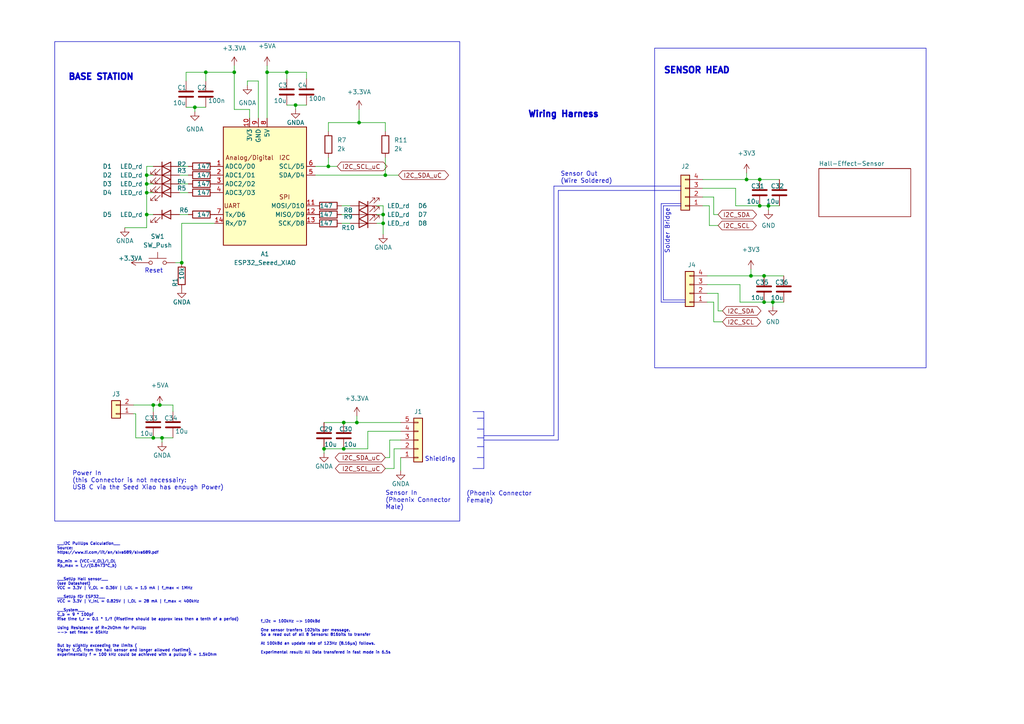
<source format=kicad_sch>
(kicad_sch (version 20230121) (generator eeschema)

  (uuid eaef1172-3351-417c-bfc4-74a598f141cb)

  (paper "A4")

  (lib_symbols
    (symbol "1_ProjectSpecific:ESP32_Seeed_XIAO" (in_bom yes) (on_board yes)
      (property "Reference" "A" (at 5.08 33.02 0)
        (effects (font (size 1.27 1.27)) (justify left))
      )
      (property "Value" "ESP32_Seeed_XIAO" (at -8.89 -1.27 0)
        (effects (font (size 1.27 1.27)) (justify left))
      )
      (property "Footprint" "1_ProjectSpecific:Seeeduino XIAO-MOUDLE14P" (at -8.89 -3.81 0)
        (effects (font (size 1.27 1.27)) (justify left) hide)
      )
      (property "Datasheet" "" (at -20.32 -15.24 0)
        (effects (font (size 1.27 1.27)) hide)
      )
      (property "ki_keywords" "Adafruit feather microcontroller module USB" (at 0 0 0)
        (effects (font (size 1.27 1.27)) hide)
      )
      (property "ki_description" "Microcontroller module with ESP32 MCU" (at 0 0 0)
        (effects (font (size 1.27 1.27)) hide)
      )
      (property "ki_fp_filters" "Adafruit*Feather*" (at 0 0 0)
        (effects (font (size 1.27 1.27)) hide)
      )
      (symbol "ESP32_Seeed_XIAO_0_0"
        (text "Analog/Digital" (at -2.54 22.86 0)
          (effects (font (size 1.27 1.27)))
        )
        (text "I2C" (at 7.62 22.86 0)
          (effects (font (size 1.27 1.27)))
        )
        (text "SPI" (at 7.62 11.43 0)
          (effects (font (size 1.27 1.27)))
        )
        (text "UART" (at -7.62 8.89 0)
          (effects (font (size 1.27 1.27)))
        )
        (pin bidirectional line (at -12.7 20.32 0) (length 2.54)
          (name "ADC0/D0" (effects (font (size 1.27 1.27))))
          (number "1" (effects (font (size 1.27 1.27))))
        )
        (pin bidirectional line (at -12.7 17.78 0) (length 2.54)
          (name "ADC1/D1" (effects (font (size 1.27 1.27))))
          (number "2" (effects (font (size 1.27 1.27))))
        )
      )
      (symbol "ESP32_Seeed_XIAO_0_1"
        (rectangle (start -10.16 31.75) (end 13.97 -2.54)
          (stroke (width 0.254) (type default))
          (fill (type background))
        )
      )
      (symbol "ESP32_Seeed_XIAO_1_1"
        (pin power_in line (at -2.54 34.29 270) (length 2.54)
          (name "3V3" (effects (font (size 1.27 1.27))))
          (number "10" (effects (font (size 1.27 1.27))))
        )
        (pin bidirectional line (at 16.51 8.89 180) (length 2.54)
          (name "MOSI/D10" (effects (font (size 1.27 1.27))))
          (number "11" (effects (font (size 1.27 1.27))))
        )
        (pin bidirectional line (at 16.51 6.35 180) (length 2.54)
          (name "MISO/D9" (effects (font (size 1.27 1.27))))
          (number "12" (effects (font (size 1.27 1.27))))
        )
        (pin bidirectional line (at 16.51 3.81 180) (length 2.54)
          (name "SCK/D8" (effects (font (size 1.27 1.27))))
          (number "13" (effects (font (size 1.27 1.27))))
        )
        (pin bidirectional line (at -12.7 3.81 0) (length 2.54)
          (name "Rx/D7" (effects (font (size 1.27 1.27))))
          (number "14" (effects (font (size 1.27 1.27))))
        )
        (pin bidirectional line (at -12.7 15.24 0) (length 2.54)
          (name "ADC2/D2" (effects (font (size 1.27 1.27))))
          (number "3" (effects (font (size 1.27 1.27))))
        )
        (pin bidirectional line (at -12.7 12.7 0) (length 2.54)
          (name "ADC3/D3" (effects (font (size 1.27 1.27))))
          (number "4" (effects (font (size 1.27 1.27))))
        )
        (pin bidirectional line (at 16.51 17.78 180) (length 2.54)
          (name "SDA/D4" (effects (font (size 1.27 1.27))))
          (number "5" (effects (font (size 1.27 1.27))))
        )
        (pin bidirectional line (at 16.51 20.32 180) (length 2.54)
          (name "SCL/D5" (effects (font (size 1.27 1.27))))
          (number "6" (effects (font (size 1.27 1.27))))
        )
        (pin bidirectional line (at -12.7 6.35 0) (length 2.54)
          (name "Tx/D6" (effects (font (size 1.27 1.27))))
          (number "7" (effects (font (size 1.27 1.27))))
        )
        (pin power_in line (at 2.54 34.29 270) (length 2.54)
          (name "5V" (effects (font (size 1.27 1.27))))
          (number "8" (effects (font (size 1.27 1.27))))
        )
        (pin power_in line (at 0 34.29 270) (length 2.54)
          (name "GND" (effects (font (size 1.27 1.27))))
          (number "9" (effects (font (size 1.27 1.27))))
        )
      )
    )
    (symbol "Connector_Generic:Conn_01x02" (pin_names (offset 1.016) hide) (in_bom yes) (on_board yes)
      (property "Reference" "J" (at 0 2.54 0)
        (effects (font (size 1.27 1.27)))
      )
      (property "Value" "Conn_01x02" (at 0 -5.08 0)
        (effects (font (size 1.27 1.27)))
      )
      (property "Footprint" "" (at 0 0 0)
        (effects (font (size 1.27 1.27)) hide)
      )
      (property "Datasheet" "~" (at 0 0 0)
        (effects (font (size 1.27 1.27)) hide)
      )
      (property "ki_keywords" "connector" (at 0 0 0)
        (effects (font (size 1.27 1.27)) hide)
      )
      (property "ki_description" "Generic connector, single row, 01x02, script generated (kicad-library-utils/schlib/autogen/connector/)" (at 0 0 0)
        (effects (font (size 1.27 1.27)) hide)
      )
      (property "ki_fp_filters" "Connector*:*_1x??_*" (at 0 0 0)
        (effects (font (size 1.27 1.27)) hide)
      )
      (symbol "Conn_01x02_1_1"
        (rectangle (start -1.27 -2.413) (end 0 -2.667)
          (stroke (width 0.1524) (type default))
          (fill (type none))
        )
        (rectangle (start -1.27 0.127) (end 0 -0.127)
          (stroke (width 0.1524) (type default))
          (fill (type none))
        )
        (rectangle (start -1.27 1.27) (end 1.27 -3.81)
          (stroke (width 0.254) (type default))
          (fill (type background))
        )
        (pin passive line (at -5.08 0 0) (length 3.81)
          (name "Pin_1" (effects (font (size 1.27 1.27))))
          (number "1" (effects (font (size 1.27 1.27))))
        )
        (pin passive line (at -5.08 -2.54 0) (length 3.81)
          (name "Pin_2" (effects (font (size 1.27 1.27))))
          (number "2" (effects (font (size 1.27 1.27))))
        )
      )
    )
    (symbol "Connector_Generic:Conn_01x04" (pin_names (offset 1.016) hide) (in_bom yes) (on_board yes)
      (property "Reference" "J" (at 0 5.08 0)
        (effects (font (size 1.27 1.27)))
      )
      (property "Value" "Conn_01x04" (at 0 -7.62 0)
        (effects (font (size 1.27 1.27)))
      )
      (property "Footprint" "" (at 0 0 0)
        (effects (font (size 1.27 1.27)) hide)
      )
      (property "Datasheet" "~" (at 0 0 0)
        (effects (font (size 1.27 1.27)) hide)
      )
      (property "ki_keywords" "connector" (at 0 0 0)
        (effects (font (size 1.27 1.27)) hide)
      )
      (property "ki_description" "Generic connector, single row, 01x04, script generated (kicad-library-utils/schlib/autogen/connector/)" (at 0 0 0)
        (effects (font (size 1.27 1.27)) hide)
      )
      (property "ki_fp_filters" "Connector*:*_1x??_*" (at 0 0 0)
        (effects (font (size 1.27 1.27)) hide)
      )
      (symbol "Conn_01x04_1_1"
        (rectangle (start -1.27 -4.953) (end 0 -5.207)
          (stroke (width 0.1524) (type default))
          (fill (type none))
        )
        (rectangle (start -1.27 -2.413) (end 0 -2.667)
          (stroke (width 0.1524) (type default))
          (fill (type none))
        )
        (rectangle (start -1.27 0.127) (end 0 -0.127)
          (stroke (width 0.1524) (type default))
          (fill (type none))
        )
        (rectangle (start -1.27 2.667) (end 0 2.413)
          (stroke (width 0.1524) (type default))
          (fill (type none))
        )
        (rectangle (start -1.27 3.81) (end 1.27 -6.35)
          (stroke (width 0.254) (type default))
          (fill (type background))
        )
        (pin passive line (at -5.08 2.54 0) (length 3.81)
          (name "Pin_1" (effects (font (size 1.27 1.27))))
          (number "1" (effects (font (size 1.27 1.27))))
        )
        (pin passive line (at -5.08 0 0) (length 3.81)
          (name "Pin_2" (effects (font (size 1.27 1.27))))
          (number "2" (effects (font (size 1.27 1.27))))
        )
        (pin passive line (at -5.08 -2.54 0) (length 3.81)
          (name "Pin_3" (effects (font (size 1.27 1.27))))
          (number "3" (effects (font (size 1.27 1.27))))
        )
        (pin passive line (at -5.08 -5.08 0) (length 3.81)
          (name "Pin_4" (effects (font (size 1.27 1.27))))
          (number "4" (effects (font (size 1.27 1.27))))
        )
      )
    )
    (symbol "Connector_Generic:Conn_01x05" (pin_names (offset 1.016) hide) (in_bom yes) (on_board yes)
      (property "Reference" "J" (at 0 7.62 0)
        (effects (font (size 1.27 1.27)))
      )
      (property "Value" "Conn_01x05" (at 0 -7.62 0)
        (effects (font (size 1.27 1.27)))
      )
      (property "Footprint" "" (at 0 0 0)
        (effects (font (size 1.27 1.27)) hide)
      )
      (property "Datasheet" "~" (at 0 0 0)
        (effects (font (size 1.27 1.27)) hide)
      )
      (property "ki_keywords" "connector" (at 0 0 0)
        (effects (font (size 1.27 1.27)) hide)
      )
      (property "ki_description" "Generic connector, single row, 01x05, script generated (kicad-library-utils/schlib/autogen/connector/)" (at 0 0 0)
        (effects (font (size 1.27 1.27)) hide)
      )
      (property "ki_fp_filters" "Connector*:*_1x??_*" (at 0 0 0)
        (effects (font (size 1.27 1.27)) hide)
      )
      (symbol "Conn_01x05_1_1"
        (rectangle (start -1.27 -4.953) (end 0 -5.207)
          (stroke (width 0.1524) (type default))
          (fill (type none))
        )
        (rectangle (start -1.27 -2.413) (end 0 -2.667)
          (stroke (width 0.1524) (type default))
          (fill (type none))
        )
        (rectangle (start -1.27 0.127) (end 0 -0.127)
          (stroke (width 0.1524) (type default))
          (fill (type none))
        )
        (rectangle (start -1.27 2.667) (end 0 2.413)
          (stroke (width 0.1524) (type default))
          (fill (type none))
        )
        (rectangle (start -1.27 5.207) (end 0 4.953)
          (stroke (width 0.1524) (type default))
          (fill (type none))
        )
        (rectangle (start -1.27 6.35) (end 1.27 -6.35)
          (stroke (width 0.254) (type default))
          (fill (type background))
        )
        (pin passive line (at -5.08 5.08 0) (length 3.81)
          (name "Pin_1" (effects (font (size 1.27 1.27))))
          (number "1" (effects (font (size 1.27 1.27))))
        )
        (pin passive line (at -5.08 2.54 0) (length 3.81)
          (name "Pin_2" (effects (font (size 1.27 1.27))))
          (number "2" (effects (font (size 1.27 1.27))))
        )
        (pin passive line (at -5.08 0 0) (length 3.81)
          (name "Pin_3" (effects (font (size 1.27 1.27))))
          (number "3" (effects (font (size 1.27 1.27))))
        )
        (pin passive line (at -5.08 -2.54 0) (length 3.81)
          (name "Pin_4" (effects (font (size 1.27 1.27))))
          (number "4" (effects (font (size 1.27 1.27))))
        )
        (pin passive line (at -5.08 -5.08 0) (length 3.81)
          (name "Pin_5" (effects (font (size 1.27 1.27))))
          (number "5" (effects (font (size 1.27 1.27))))
        )
      )
    )
    (symbol "Device:C" (pin_numbers hide) (pin_names (offset 0.254)) (in_bom yes) (on_board yes)
      (property "Reference" "C" (at 0.635 2.54 0)
        (effects (font (size 1.27 1.27)) (justify left))
      )
      (property "Value" "C" (at 0.635 -2.54 0)
        (effects (font (size 1.27 1.27)) (justify left))
      )
      (property "Footprint" "" (at 0.9652 -3.81 0)
        (effects (font (size 1.27 1.27)) hide)
      )
      (property "Datasheet" "~" (at 0 0 0)
        (effects (font (size 1.27 1.27)) hide)
      )
      (property "ki_keywords" "cap capacitor" (at 0 0 0)
        (effects (font (size 1.27 1.27)) hide)
      )
      (property "ki_description" "Unpolarized capacitor" (at 0 0 0)
        (effects (font (size 1.27 1.27)) hide)
      )
      (property "ki_fp_filters" "C_*" (at 0 0 0)
        (effects (font (size 1.27 1.27)) hide)
      )
      (symbol "C_0_1"
        (polyline
          (pts
            (xy -2.032 -0.762)
            (xy 2.032 -0.762)
          )
          (stroke (width 0.508) (type default))
          (fill (type none))
        )
        (polyline
          (pts
            (xy -2.032 0.762)
            (xy 2.032 0.762)
          )
          (stroke (width 0.508) (type default))
          (fill (type none))
        )
      )
      (symbol "C_1_1"
        (pin passive line (at 0 3.81 270) (length 2.794)
          (name "~" (effects (font (size 1.27 1.27))))
          (number "1" (effects (font (size 1.27 1.27))))
        )
        (pin passive line (at 0 -3.81 90) (length 2.794)
          (name "~" (effects (font (size 1.27 1.27))))
          (number "2" (effects (font (size 1.27 1.27))))
        )
      )
    )
    (symbol "Device:LED" (pin_numbers hide) (pin_names (offset 1.016) hide) (in_bom yes) (on_board yes)
      (property "Reference" "D" (at 0 2.54 0)
        (effects (font (size 1.27 1.27)))
      )
      (property "Value" "LED" (at 0 -2.54 0)
        (effects (font (size 1.27 1.27)))
      )
      (property "Footprint" "" (at 0 0 0)
        (effects (font (size 1.27 1.27)) hide)
      )
      (property "Datasheet" "~" (at 0 0 0)
        (effects (font (size 1.27 1.27)) hide)
      )
      (property "ki_keywords" "LED diode" (at 0 0 0)
        (effects (font (size 1.27 1.27)) hide)
      )
      (property "ki_description" "Light emitting diode" (at 0 0 0)
        (effects (font (size 1.27 1.27)) hide)
      )
      (property "ki_fp_filters" "LED* LED_SMD:* LED_THT:*" (at 0 0 0)
        (effects (font (size 1.27 1.27)) hide)
      )
      (symbol "LED_0_1"
        (polyline
          (pts
            (xy -1.27 -1.27)
            (xy -1.27 1.27)
          )
          (stroke (width 0.254) (type default))
          (fill (type none))
        )
        (polyline
          (pts
            (xy -1.27 0)
            (xy 1.27 0)
          )
          (stroke (width 0) (type default))
          (fill (type none))
        )
        (polyline
          (pts
            (xy 1.27 -1.27)
            (xy 1.27 1.27)
            (xy -1.27 0)
            (xy 1.27 -1.27)
          )
          (stroke (width 0.254) (type default))
          (fill (type none))
        )
        (polyline
          (pts
            (xy -3.048 -0.762)
            (xy -4.572 -2.286)
            (xy -3.81 -2.286)
            (xy -4.572 -2.286)
            (xy -4.572 -1.524)
          )
          (stroke (width 0) (type default))
          (fill (type none))
        )
        (polyline
          (pts
            (xy -1.778 -0.762)
            (xy -3.302 -2.286)
            (xy -2.54 -2.286)
            (xy -3.302 -2.286)
            (xy -3.302 -1.524)
          )
          (stroke (width 0) (type default))
          (fill (type none))
        )
      )
      (symbol "LED_1_1"
        (pin passive line (at -3.81 0 0) (length 2.54)
          (name "K" (effects (font (size 1.27 1.27))))
          (number "1" (effects (font (size 1.27 1.27))))
        )
        (pin passive line (at 3.81 0 180) (length 2.54)
          (name "A" (effects (font (size 1.27 1.27))))
          (number "2" (effects (font (size 1.27 1.27))))
        )
      )
    )
    (symbol "Device:R" (pin_numbers hide) (pin_names (offset 0)) (in_bom yes) (on_board yes)
      (property "Reference" "R" (at 2.032 0 90)
        (effects (font (size 1.27 1.27)))
      )
      (property "Value" "R" (at 0 0 90)
        (effects (font (size 1.27 1.27)))
      )
      (property "Footprint" "" (at -1.778 0 90)
        (effects (font (size 1.27 1.27)) hide)
      )
      (property "Datasheet" "~" (at 0 0 0)
        (effects (font (size 1.27 1.27)) hide)
      )
      (property "ki_keywords" "R res resistor" (at 0 0 0)
        (effects (font (size 1.27 1.27)) hide)
      )
      (property "ki_description" "Resistor" (at 0 0 0)
        (effects (font (size 1.27 1.27)) hide)
      )
      (property "ki_fp_filters" "R_*" (at 0 0 0)
        (effects (font (size 1.27 1.27)) hide)
      )
      (symbol "R_0_1"
        (rectangle (start -1.016 -2.54) (end 1.016 2.54)
          (stroke (width 0.254) (type default))
          (fill (type none))
        )
      )
      (symbol "R_1_1"
        (pin passive line (at 0 3.81 270) (length 1.27)
          (name "~" (effects (font (size 1.27 1.27))))
          (number "1" (effects (font (size 1.27 1.27))))
        )
        (pin passive line (at 0 -3.81 90) (length 1.27)
          (name "~" (effects (font (size 1.27 1.27))))
          (number "2" (effects (font (size 1.27 1.27))))
        )
      )
    )
    (symbol "Switch:SW_Push" (pin_numbers hide) (pin_names (offset 1.016) hide) (in_bom yes) (on_board yes)
      (property "Reference" "SW" (at 1.27 2.54 0)
        (effects (font (size 1.27 1.27)) (justify left))
      )
      (property "Value" "SW_Push" (at 0 -1.524 0)
        (effects (font (size 1.27 1.27)))
      )
      (property "Footprint" "" (at 0 5.08 0)
        (effects (font (size 1.27 1.27)) hide)
      )
      (property "Datasheet" "~" (at 0 5.08 0)
        (effects (font (size 1.27 1.27)) hide)
      )
      (property "ki_keywords" "switch normally-open pushbutton push-button" (at 0 0 0)
        (effects (font (size 1.27 1.27)) hide)
      )
      (property "ki_description" "Push button switch, generic, two pins" (at 0 0 0)
        (effects (font (size 1.27 1.27)) hide)
      )
      (symbol "SW_Push_0_1"
        (circle (center -2.032 0) (radius 0.508)
          (stroke (width 0) (type default))
          (fill (type none))
        )
        (polyline
          (pts
            (xy 0 1.27)
            (xy 0 3.048)
          )
          (stroke (width 0) (type default))
          (fill (type none))
        )
        (polyline
          (pts
            (xy 2.54 1.27)
            (xy -2.54 1.27)
          )
          (stroke (width 0) (type default))
          (fill (type none))
        )
        (circle (center 2.032 0) (radius 0.508)
          (stroke (width 0) (type default))
          (fill (type none))
        )
        (pin passive line (at -5.08 0 0) (length 2.54)
          (name "1" (effects (font (size 1.27 1.27))))
          (number "1" (effects (font (size 1.27 1.27))))
        )
        (pin passive line (at 5.08 0 180) (length 2.54)
          (name "2" (effects (font (size 1.27 1.27))))
          (number "2" (effects (font (size 1.27 1.27))))
        )
      )
    )
    (symbol "power:+3.3V" (power) (pin_names (offset 0)) (in_bom yes) (on_board yes)
      (property "Reference" "#PWR" (at 0 -3.81 0)
        (effects (font (size 1.27 1.27)) hide)
      )
      (property "Value" "+3.3V" (at 0 3.556 0)
        (effects (font (size 1.27 1.27)))
      )
      (property "Footprint" "" (at 0 0 0)
        (effects (font (size 1.27 1.27)) hide)
      )
      (property "Datasheet" "" (at 0 0 0)
        (effects (font (size 1.27 1.27)) hide)
      )
      (property "ki_keywords" "power-flag" (at 0 0 0)
        (effects (font (size 1.27 1.27)) hide)
      )
      (property "ki_description" "Power symbol creates a global label with name \"+3.3V\"" (at 0 0 0)
        (effects (font (size 1.27 1.27)) hide)
      )
      (symbol "+3.3V_0_1"
        (polyline
          (pts
            (xy -0.762 1.27)
            (xy 0 2.54)
          )
          (stroke (width 0) (type default))
          (fill (type none))
        )
        (polyline
          (pts
            (xy 0 0)
            (xy 0 2.54)
          )
          (stroke (width 0) (type default))
          (fill (type none))
        )
        (polyline
          (pts
            (xy 0 2.54)
            (xy 0.762 1.27)
          )
          (stroke (width 0) (type default))
          (fill (type none))
        )
      )
      (symbol "+3.3V_1_1"
        (pin power_in line (at 0 0 90) (length 0) hide
          (name "+3V3" (effects (font (size 1.27 1.27))))
          (number "1" (effects (font (size 1.27 1.27))))
        )
      )
    )
    (symbol "power:+3.3VA" (power) (pin_names (offset 0)) (in_bom yes) (on_board yes)
      (property "Reference" "#PWR" (at 0 -3.81 0)
        (effects (font (size 1.27 1.27)) hide)
      )
      (property "Value" "+3.3VA" (at 0 3.556 0)
        (effects (font (size 1.27 1.27)))
      )
      (property "Footprint" "" (at 0 0 0)
        (effects (font (size 1.27 1.27)) hide)
      )
      (property "Datasheet" "" (at 0 0 0)
        (effects (font (size 1.27 1.27)) hide)
      )
      (property "ki_keywords" "power-flag" (at 0 0 0)
        (effects (font (size 1.27 1.27)) hide)
      )
      (property "ki_description" "Power symbol creates a global label with name \"+3.3VA\"" (at 0 0 0)
        (effects (font (size 1.27 1.27)) hide)
      )
      (symbol "+3.3VA_0_1"
        (polyline
          (pts
            (xy -0.762 1.27)
            (xy 0 2.54)
          )
          (stroke (width 0) (type default))
          (fill (type none))
        )
        (polyline
          (pts
            (xy 0 0)
            (xy 0 2.54)
          )
          (stroke (width 0) (type default))
          (fill (type none))
        )
        (polyline
          (pts
            (xy 0 2.54)
            (xy 0.762 1.27)
          )
          (stroke (width 0) (type default))
          (fill (type none))
        )
      )
      (symbol "+3.3VA_1_1"
        (pin power_in line (at 0 0 90) (length 0) hide
          (name "+3.3VA" (effects (font (size 1.27 1.27))))
          (number "1" (effects (font (size 1.27 1.27))))
        )
      )
    )
    (symbol "power:+5VA" (power) (pin_names (offset 0)) (in_bom yes) (on_board yes)
      (property "Reference" "#PWR" (at 0 -3.81 0)
        (effects (font (size 1.27 1.27)) hide)
      )
      (property "Value" "+5VA" (at 0 3.556 0)
        (effects (font (size 1.27 1.27)))
      )
      (property "Footprint" "" (at 0 0 0)
        (effects (font (size 1.27 1.27)) hide)
      )
      (property "Datasheet" "" (at 0 0 0)
        (effects (font (size 1.27 1.27)) hide)
      )
      (property "ki_keywords" "power-flag" (at 0 0 0)
        (effects (font (size 1.27 1.27)) hide)
      )
      (property "ki_description" "Power symbol creates a global label with name \"+5VA\"" (at 0 0 0)
        (effects (font (size 1.27 1.27)) hide)
      )
      (symbol "+5VA_0_1"
        (polyline
          (pts
            (xy -0.762 1.27)
            (xy 0 2.54)
          )
          (stroke (width 0) (type default))
          (fill (type none))
        )
        (polyline
          (pts
            (xy 0 0)
            (xy 0 2.54)
          )
          (stroke (width 0) (type default))
          (fill (type none))
        )
        (polyline
          (pts
            (xy 0 2.54)
            (xy 0.762 1.27)
          )
          (stroke (width 0) (type default))
          (fill (type none))
        )
      )
      (symbol "+5VA_1_1"
        (pin power_in line (at 0 0 90) (length 0) hide
          (name "+5VA" (effects (font (size 1.27 1.27))))
          (number "1" (effects (font (size 1.27 1.27))))
        )
      )
    )
    (symbol "power:GND" (power) (pin_names (offset 0)) (in_bom yes) (on_board yes)
      (property "Reference" "#PWR" (at 0 -6.35 0)
        (effects (font (size 1.27 1.27)) hide)
      )
      (property "Value" "GND" (at 0 -3.81 0)
        (effects (font (size 1.27 1.27)))
      )
      (property "Footprint" "" (at 0 0 0)
        (effects (font (size 1.27 1.27)) hide)
      )
      (property "Datasheet" "" (at 0 0 0)
        (effects (font (size 1.27 1.27)) hide)
      )
      (property "ki_keywords" "power-flag" (at 0 0 0)
        (effects (font (size 1.27 1.27)) hide)
      )
      (property "ki_description" "Power symbol creates a global label with name \"GND\" , ground" (at 0 0 0)
        (effects (font (size 1.27 1.27)) hide)
      )
      (symbol "GND_0_1"
        (polyline
          (pts
            (xy 0 0)
            (xy 0 -1.27)
            (xy 1.27 -1.27)
            (xy 0 -2.54)
            (xy -1.27 -1.27)
            (xy 0 -1.27)
          )
          (stroke (width 0) (type default))
          (fill (type none))
        )
      )
      (symbol "GND_1_1"
        (pin power_in line (at 0 0 270) (length 0) hide
          (name "GND" (effects (font (size 1.27 1.27))))
          (number "1" (effects (font (size 1.27 1.27))))
        )
      )
    )
    (symbol "power:GNDA" (power) (pin_names (offset 0)) (in_bom yes) (on_board yes)
      (property "Reference" "#PWR" (at 0 -6.35 0)
        (effects (font (size 1.27 1.27)) hide)
      )
      (property "Value" "GNDA" (at 0 -3.81 0)
        (effects (font (size 1.27 1.27)))
      )
      (property "Footprint" "" (at 0 0 0)
        (effects (font (size 1.27 1.27)) hide)
      )
      (property "Datasheet" "" (at 0 0 0)
        (effects (font (size 1.27 1.27)) hide)
      )
      (property "ki_keywords" "power-flag" (at 0 0 0)
        (effects (font (size 1.27 1.27)) hide)
      )
      (property "ki_description" "Power symbol creates a global label with name \"GNDA\" , analog ground" (at 0 0 0)
        (effects (font (size 1.27 1.27)) hide)
      )
      (symbol "GNDA_0_1"
        (polyline
          (pts
            (xy 0 0)
            (xy 0 -1.27)
            (xy 1.27 -1.27)
            (xy 0 -2.54)
            (xy -1.27 -1.27)
            (xy 0 -1.27)
          )
          (stroke (width 0) (type default))
          (fill (type none))
        )
      )
      (symbol "GNDA_1_1"
        (pin power_in line (at 0 0 270) (length 0) hide
          (name "GNDA" (effects (font (size 1.27 1.27))))
          (number "1" (effects (font (size 1.27 1.27))))
        )
      )
    )
  )

  (junction (at 95.25 48.26) (diameter 0) (color 0 0 0 0)
    (uuid 0686dfbb-5e82-499f-bbb6-7bf9fcb4805c)
  )
  (junction (at 67.945 20.955) (diameter 0) (color 0 0 0 0)
    (uuid 08c5f5a6-3e9a-447a-aa1d-6c33e64db588)
  )
  (junction (at 99.695 130.175) (diameter 0) (color 0 0 0 0)
    (uuid 0cef5fae-0b84-452c-9085-1b197e5a6553)
  )
  (junction (at 222.885 59.69) (diameter 0) (color 0 0 0 0)
    (uuid 184bed37-171a-48d9-ba02-6b48de8aa1b9)
  )
  (junction (at 46.355 117.475) (diameter 0) (color 0 0 0 0)
    (uuid 18955158-73e6-49a7-a1ae-19c4719facc7)
  )
  (junction (at 220.345 59.69) (diameter 0) (color 0 0 0 0)
    (uuid 1b9de42a-612b-497f-bc33-14e909fdac82)
  )
  (junction (at 59.69 20.955) (diameter 0) (color 0 0 0 0)
    (uuid 25a371eb-cd36-46be-b26c-b15632a5ecf4)
  )
  (junction (at 42.545 50.8) (diameter 0) (color 0 0 0 0)
    (uuid 2fc58eee-feb8-4b50-87c0-41b003e9bc14)
  )
  (junction (at 44.45 117.475) (diameter 0) (color 0 0 0 0)
    (uuid 35bf04a9-d011-4504-9cc2-8a9e36a36f15)
  )
  (junction (at 77.47 20.955) (diameter 0) (color 0 0 0 0)
    (uuid 41708d8c-8301-4594-aee1-53fa5008cd05)
  )
  (junction (at 221.615 87.63) (diameter 0) (color 0 0 0 0)
    (uuid 533050d7-aeb3-4b99-9652-ff4fa6164c6d)
  )
  (junction (at 221.615 80.01) (diameter 0) (color 0 0 0 0)
    (uuid 6055d2b8-2a4b-4007-9bde-a179cc43ac1b)
  )
  (junction (at 111.125 62.23) (diameter 0) (color 0 0 0 0)
    (uuid 6ac66cca-f44f-40ab-b048-fee0531d7086)
  )
  (junction (at 99.695 122.555) (diameter 0) (color 0 0 0 0)
    (uuid 78ddfa8f-df31-4469-baed-aa43167b0eb0)
  )
  (junction (at 111.76 50.8) (diameter 0) (color 0 0 0 0)
    (uuid 7bddc6a8-a34d-4b28-b3ae-9902e28c7d01)
  )
  (junction (at 42.545 53.34) (diameter 0) (color 0 0 0 0)
    (uuid 89fc413f-f370-4ddd-82c6-568fb82d8102)
  )
  (junction (at 216.535 52.07) (diameter 0) (color 0 0 0 0)
    (uuid 91bc1850-2941-4f62-9b16-9500cccac793)
  )
  (junction (at 217.805 80.01) (diameter 0) (color 0 0 0 0)
    (uuid 97dfcb76-a7aa-430b-bde3-d19cff7dbadb)
  )
  (junction (at 56.515 31.115) (diameter 0) (color 0 0 0 0)
    (uuid 98691d34-e8ce-495c-887a-a2a9c1e21a8e)
  )
  (junction (at 103.505 122.555) (diameter 0) (color 0 0 0 0)
    (uuid a1fabd78-582d-45d0-93c4-631f23ea8a6f)
  )
  (junction (at 111.125 64.77) (diameter 0) (color 0 0 0 0)
    (uuid acf7a801-3087-4b32-be47-18e97dc2c45b)
  )
  (junction (at 85.725 30.48) (diameter 0) (color 0 0 0 0)
    (uuid b1cba303-aeba-453e-bf27-d258021de40d)
  )
  (junction (at 220.345 52.07) (diameter 0) (color 0 0 0 0)
    (uuid bbcf43e7-8cd5-47ce-914a-a672b4bbfbde)
  )
  (junction (at 42.545 62.23) (diameter 0) (color 0 0 0 0)
    (uuid c90780ad-c58f-4037-a69e-e5a1036a7fcf)
  )
  (junction (at 83.185 20.955) (diameter 0) (color 0 0 0 0)
    (uuid db512e3e-2c79-4b34-b6e9-5a9524ce80d4)
  )
  (junction (at 104.14 35.56) (diameter 0) (color 0 0 0 0)
    (uuid e0548984-ea34-4141-99a8-7a69d01a6868)
  )
  (junction (at 44.45 127) (diameter 0) (color 0 0 0 0)
    (uuid e8c798ae-3f37-4c17-b75f-4075738d5391)
  )
  (junction (at 52.705 76.2) (diameter 0) (color 0 0 0 0)
    (uuid f10f916a-b008-4d76-99bc-f7c21fc35396)
  )
  (junction (at 224.155 87.63) (diameter 0) (color 0 0 0 0)
    (uuid f3983d45-69d6-4708-898b-c1d2121cda1a)
  )
  (junction (at 46.99 127) (diameter 0) (color 0 0 0 0)
    (uuid f9250e32-7263-4e40-8fb9-895c2bbb6f85)
  )
  (junction (at 42.545 55.88) (diameter 0) (color 0 0 0 0)
    (uuid fb6def10-b91a-41a8-8c28-49c27a5c2423)
  )
  (junction (at 93.98 130.175) (diameter 0) (color 0 0 0 0)
    (uuid fdfefa39-e091-4154-a342-a2014eeaa360)
  )

  (wire (pts (xy 203.835 57.15) (xy 207.01 57.15))
    (stroke (width 0) (type default))
    (uuid 000a1845-b44c-4461-9b2c-11bbbba7d3ac)
  )
  (wire (pts (xy 220.345 52.07) (xy 226.06 52.07))
    (stroke (width 0) (type default))
    (uuid 0370826e-3b0c-40ce-8982-1d55904f037c)
  )
  (polyline (pts (xy 138.43 121.285) (xy 140.335 121.285))
    (stroke (width 0) (type default))
    (uuid 03d0dd48-86ff-4b65-9b36-c06e8fd1ed8b)
  )

  (wire (pts (xy 203.835 52.07) (xy 216.535 52.07))
    (stroke (width 0) (type default))
    (uuid 05ab1ac2-76ab-46c1-9716-c8dc25a80803)
  )
  (wire (pts (xy 205.105 82.55) (xy 214.63 82.55))
    (stroke (width 0) (type default))
    (uuid 06162d83-64af-4068-916e-b25c59c52e16)
  )
  (wire (pts (xy 111.125 59.69) (xy 111.125 62.23))
    (stroke (width 0) (type default))
    (uuid 097ab05b-f647-4c79-8613-fdb856e3c31a)
  )
  (wire (pts (xy 71.755 24.765) (xy 71.755 23.495))
    (stroke (width 0) (type default))
    (uuid 0a19b386-7d7d-4f7b-8ed6-8224f4cc075b)
  )
  (wire (pts (xy 104.14 35.56) (xy 111.76 35.56))
    (stroke (width 0) (type default))
    (uuid 0b8fc870-0973-4506-803f-9bd04c9682d3)
  )
  (wire (pts (xy 95.25 35.56) (xy 104.14 35.56))
    (stroke (width 0) (type default))
    (uuid 0fb634c2-df74-4cfd-8811-2399d87fdf44)
  )
  (wire (pts (xy 113.03 132.715) (xy 111.76 132.715))
    (stroke (width 0) (type default))
    (uuid 0fbd116a-56f1-4f31-b8d3-8728f188bc68)
  )
  (wire (pts (xy 46.355 117.475) (xy 50.165 117.475))
    (stroke (width 0) (type default))
    (uuid 0fe99fb9-16e4-4d2e-b493-0936b580c40c)
  )
  (polyline (pts (xy 160.655 126.365) (xy 160.655 53.975))
    (stroke (width 0) (type default))
    (uuid 1076740e-771f-4ddd-8e48-4123c8366ca7)
  )

  (wire (pts (xy 113.03 127.635) (xy 113.03 132.715))
    (stroke (width 0) (type default))
    (uuid 127cdbc9-1ce4-4779-9f00-a9c64db60aad)
  )
  (wire (pts (xy 52.07 48.26) (xy 54.61 48.26))
    (stroke (width 0) (type default))
    (uuid 12e349fe-5a71-4190-a0ec-aef338b2bc60)
  )
  (wire (pts (xy 44.45 117.475) (xy 44.45 119.38))
    (stroke (width 0) (type default))
    (uuid 131d52e6-72f2-492f-ab52-16698689dbd1)
  )
  (wire (pts (xy 208.28 90.17) (xy 209.55 90.17))
    (stroke (width 0) (type default))
    (uuid 14d2adeb-f927-4f62-bf8b-b7e5be13d6fd)
  )
  (wire (pts (xy 224.155 87.63) (xy 227.33 87.63))
    (stroke (width 0) (type default))
    (uuid 15e7528b-c3ed-4865-b44e-7cb8f143d617)
  )
  (wire (pts (xy 83.185 20.955) (xy 88.9 20.955))
    (stroke (width 0) (type default))
    (uuid 15f684a3-46f4-4454-b91d-303e2577dfa1)
  )
  (polyline (pts (xy 138.43 127) (xy 140.335 127))
    (stroke (width 0) (type default))
    (uuid 1e712cc5-09f1-4d98-9c68-1142878499f0)
  )

  (wire (pts (xy 213.36 54.61) (xy 213.36 59.69))
    (stroke (width 0) (type default))
    (uuid 20956b52-60c1-4243-afae-e7ef99b50bf9)
  )
  (wire (pts (xy 42.545 48.26) (xy 42.545 50.8))
    (stroke (width 0) (type default))
    (uuid 2140b6e5-9add-4e82-8921-4a9b9c372c7c)
  )
  (wire (pts (xy 95.25 45.72) (xy 95.25 48.26))
    (stroke (width 0) (type default))
    (uuid 218edb7b-b1c2-448b-9705-8ac78fca5c80)
  )
  (polyline (pts (xy 161.925 127.635) (xy 161.925 55.245))
    (stroke (width 0) (type default))
    (uuid 21f3658b-5e74-4d1f-b900-30dc24c5f70b)
  )

  (wire (pts (xy 111.125 62.23) (xy 111.125 64.77))
    (stroke (width 0) (type default))
    (uuid 2857ed9f-df59-4a7b-87d5-27c23df408fa)
  )
  (polyline (pts (xy 140.335 119.38) (xy 140.335 135.89))
    (stroke (width 0) (type default))
    (uuid 2b8496eb-d94e-45a5-af29-b73ebdcf69f9)
  )

  (wire (pts (xy 67.945 20.955) (xy 67.945 19.05))
    (stroke (width 0) (type default))
    (uuid 2cc572ec-0c4c-4a73-81f2-8b2b54cdfbe3)
  )
  (wire (pts (xy 106.68 130.175) (xy 99.695 130.175))
    (stroke (width 0) (type default))
    (uuid 2dd623b2-9399-4b3e-88be-558f33780d16)
  )
  (wire (pts (xy 101.6 62.23) (xy 99.06 62.23))
    (stroke (width 0) (type default))
    (uuid 2ece40c5-1b01-4a75-8c48-2dccb4a0fdbf)
  )
  (wire (pts (xy 207.01 62.23) (xy 208.28 62.23))
    (stroke (width 0) (type default))
    (uuid 30cebd29-eeef-4d19-a441-40fece2e56c6)
  )
  (wire (pts (xy 93.98 130.175) (xy 99.695 130.175))
    (stroke (width 0) (type default))
    (uuid 31111200-1eba-4acc-8750-96a2dbaf30b6)
  )
  (polyline (pts (xy 137.16 135.89) (xy 140.335 135.89))
    (stroke (width 0) (type default))
    (uuid 312a5501-be0b-4740-a574-8a568cd5ae4c)
  )
  (polyline (pts (xy 160.655 53.975) (xy 197.485 53.975))
    (stroke (width 0) (type default))
    (uuid 34bd2908-fa4f-4e13-824c-54afe5f4e303)
  )

  (wire (pts (xy 214.63 87.63) (xy 221.615 87.63))
    (stroke (width 0) (type default))
    (uuid 363147e8-9686-468c-9053-a4f5b8476880)
  )
  (polyline (pts (xy 197.485 59.69) (xy 192.405 59.69))
    (stroke (width 0) (type default))
    (uuid 368435c3-716a-44ba-b367-5e2bca6b9c92)
  )

  (wire (pts (xy 53.975 23.495) (xy 53.975 20.955))
    (stroke (width 0) (type default))
    (uuid 373c5659-3b77-4f18-aa03-892ea311b091)
  )
  (polyline (pts (xy 137.16 119.38) (xy 140.335 119.38))
    (stroke (width 0) (type default))
    (uuid 37fe5a76-865e-4476-89a7-eed4051fb847)
  )

  (wire (pts (xy 88.9 20.955) (xy 88.9 22.86))
    (stroke (width 0) (type default))
    (uuid 3eab7b67-5048-445c-a439-9ea48f7968f2)
  )
  (wire (pts (xy 53.975 31.115) (xy 56.515 31.115))
    (stroke (width 0) (type default))
    (uuid 3fc5fcbf-b354-4091-91f3-aa6ace36176f)
  )
  (wire (pts (xy 42.545 62.23) (xy 44.45 62.23))
    (stroke (width 0) (type default))
    (uuid 403b7c6e-100a-42e9-9756-a06542f1ed24)
  )
  (wire (pts (xy 44.45 127) (xy 46.99 127))
    (stroke (width 0) (type default))
    (uuid 403f644d-5cd5-475f-8bf2-424260080a8b)
  )
  (wire (pts (xy 44.45 117.475) (xy 46.355 117.475))
    (stroke (width 0) (type default))
    (uuid 407aa475-94a9-46b6-b832-76d62d1ec0a4)
  )
  (wire (pts (xy 111.125 64.77) (xy 111.125 67.945))
    (stroke (width 0) (type default))
    (uuid 41e81954-c6f3-4279-a2d0-0acc854fa246)
  )
  (wire (pts (xy 36.195 66.04) (xy 42.545 66.04))
    (stroke (width 0) (type default))
    (uuid 423ac481-f9a3-4484-a134-4c9c1b6b318f)
  )
  (polyline (pts (xy 192.405 59.69) (xy 192.405 86.995))
    (stroke (width 0) (type default))
    (uuid 4249dfd3-69b7-4386-b08f-74efe087f5ff)
  )

  (wire (pts (xy 46.99 127) (xy 46.99 128.27))
    (stroke (width 0) (type default))
    (uuid 44e89a32-7dcd-44da-805f-d29bcaf21a66)
  )
  (wire (pts (xy 214.63 82.55) (xy 214.63 87.63))
    (stroke (width 0) (type default))
    (uuid 49ddbfcb-5033-450b-aebb-cd881370cf8c)
  )
  (wire (pts (xy 50.165 117.475) (xy 50.165 119.38))
    (stroke (width 0) (type default))
    (uuid 4a309bd9-ac93-494c-865b-fceac21b2d67)
  )
  (wire (pts (xy 74.93 23.495) (xy 74.93 34.29))
    (stroke (width 0) (type default))
    (uuid 4de1a941-17cc-4d37-88c3-f47c1f2c88b6)
  )
  (wire (pts (xy 42.545 55.88) (xy 42.545 62.23))
    (stroke (width 0) (type default))
    (uuid 4f08a03e-62d7-4f58-8759-3534b2dad524)
  )
  (wire (pts (xy 91.44 48.26) (xy 95.25 48.26))
    (stroke (width 0) (type default))
    (uuid 56071917-a5cc-4f30-980c-ac96559434eb)
  )
  (wire (pts (xy 203.835 59.69) (xy 205.74 59.69))
    (stroke (width 0) (type default))
    (uuid 56118c47-c46a-431b-9c5e-1a68234a8c67)
  )
  (wire (pts (xy 38.735 117.475) (xy 44.45 117.475))
    (stroke (width 0) (type default))
    (uuid 5bc639e9-6503-4225-a637-74489590f937)
  )
  (polyline (pts (xy 138.43 132.715) (xy 140.335 132.715))
    (stroke (width 0) (type default))
    (uuid 5ea66922-accd-49d2-b7b9-0b2107a6ae7a)
  )

  (wire (pts (xy 42.545 62.23) (xy 42.545 66.04))
    (stroke (width 0) (type default))
    (uuid 65c77864-2e9c-42fc-a430-734687967af5)
  )
  (wire (pts (xy 116.205 132.715) (xy 116.205 136.525))
    (stroke (width 0) (type default))
    (uuid 662a08c1-fac6-4548-9360-37b5835fa2e1)
  )
  (wire (pts (xy 205.105 87.63) (xy 207.01 87.63))
    (stroke (width 0) (type default))
    (uuid 66422d56-11e6-4e74-8287-c8cb51aa5cdb)
  )
  (wire (pts (xy 42.545 53.34) (xy 44.45 53.34))
    (stroke (width 0) (type default))
    (uuid 6662e509-6120-4d4b-a575-374111d2eb24)
  )
  (wire (pts (xy 116.205 125.095) (xy 106.68 125.095))
    (stroke (width 0) (type default))
    (uuid 69aaacff-f396-4426-866a-8ba6d1029a6f)
  )
  (polyline (pts (xy 138.43 129.54) (xy 140.335 129.54))
    (stroke (width 0) (type default))
    (uuid 6a4a30dd-d23e-41a0-a378-0ee0e4a4e650)
  )

  (wire (pts (xy 221.615 80.01) (xy 227.33 80.01))
    (stroke (width 0) (type default))
    (uuid 6b691b05-20f9-459e-82a5-5297037811f5)
  )
  (wire (pts (xy 52.07 62.23) (xy 54.61 62.23))
    (stroke (width 0) (type default))
    (uuid 6d34baf8-6cb4-4b15-8793-435107cf6623)
  )
  (wire (pts (xy 111.76 45.72) (xy 111.76 50.8))
    (stroke (width 0) (type default))
    (uuid 6fccadc9-16b0-40a2-8ee7-81705da7765a)
  )
  (wire (pts (xy 205.105 85.09) (xy 208.28 85.09))
    (stroke (width 0) (type default))
    (uuid 70c40435-71e7-44d7-97a5-b31ab97d374e)
  )
  (wire (pts (xy 116.205 127.635) (xy 113.03 127.635))
    (stroke (width 0) (type default))
    (uuid 70de578a-de67-4657-820a-f07f879df2ec)
  )
  (wire (pts (xy 104.14 31.75) (xy 104.14 35.56))
    (stroke (width 0) (type default))
    (uuid 71f02c57-d0e0-42d9-b5a7-1c21f7aae5dd)
  )
  (wire (pts (xy 42.545 50.8) (xy 42.545 53.34))
    (stroke (width 0) (type default))
    (uuid 7214eccf-73b3-4e46-8e8a-2b92dd2ee39b)
  )
  (wire (pts (xy 77.47 20.955) (xy 77.47 34.29))
    (stroke (width 0) (type default))
    (uuid 750a07de-140b-461d-af22-1e61483b89ed)
  )
  (wire (pts (xy 216.535 52.07) (xy 216.535 50.165))
    (stroke (width 0) (type default))
    (uuid 78ade79d-515a-4c12-a2f9-a5d7f88d38e6)
  )
  (wire (pts (xy 207.01 57.15) (xy 207.01 62.23))
    (stroke (width 0) (type default))
    (uuid 7a73d4d2-b0ed-4d66-9875-f5c298d8d9cf)
  )
  (polyline (pts (xy 140.335 126.365) (xy 160.655 126.365))
    (stroke (width 0) (type default))
    (uuid 7bb245cc-4662-4664-8663-1347ff85d0fc)
  )

  (wire (pts (xy 95.25 48.26) (xy 97.79 48.26))
    (stroke (width 0) (type default))
    (uuid 7d41d8a8-312a-42c3-a61f-4ffaaf5d38c8)
  )
  (polyline (pts (xy 161.925 55.245) (xy 197.485 55.245))
    (stroke (width 0) (type default))
    (uuid 7da01c62-3fd4-4ceb-aa9f-a3dc82ae4f68)
  )

  (wire (pts (xy 208.28 85.09) (xy 208.28 90.17))
    (stroke (width 0) (type default))
    (uuid 80385954-671c-4d7f-8f54-ed8241d358a7)
  )
  (wire (pts (xy 52.705 76.2) (xy 52.705 64.77))
    (stroke (width 0) (type default))
    (uuid 80ed400b-850f-4db1-b260-08745b421d91)
  )
  (wire (pts (xy 111.76 35.56) (xy 111.76 38.1))
    (stroke (width 0) (type default))
    (uuid 825317f5-3a32-461d-b754-ac9bdbae9bf1)
  )
  (wire (pts (xy 56.515 31.115) (xy 56.515 32.385))
    (stroke (width 0) (type default))
    (uuid 838f6e0c-8aba-4eea-a57a-d3d6f5fd7647)
  )
  (wire (pts (xy 207.01 87.63) (xy 207.01 93.345))
    (stroke (width 0) (type default))
    (uuid 873012c2-68ff-4d84-a018-94d12bda73eb)
  )
  (wire (pts (xy 52.705 64.77) (xy 62.23 64.77))
    (stroke (width 0) (type default))
    (uuid 8cf484ac-4a5a-4c5d-bfe7-df2eec44b4a5)
  )
  (wire (pts (xy 67.945 31.75) (xy 67.945 20.955))
    (stroke (width 0) (type default))
    (uuid 915abe61-4989-4f75-a95a-2a817f4dbfcd)
  )
  (wire (pts (xy 103.505 122.555) (xy 99.695 122.555))
    (stroke (width 0) (type default))
    (uuid 9173110c-3de5-4446-9f18-21ea4fbccc6b)
  )
  (wire (pts (xy 109.22 62.23) (xy 111.125 62.23))
    (stroke (width 0) (type default))
    (uuid 92ddffec-3301-49cf-88fd-91ded337378f)
  )
  (wire (pts (xy 114.3 130.175) (xy 114.3 135.89))
    (stroke (width 0) (type default))
    (uuid 9461dd6c-2f34-4616-b9fd-3051e0be0574)
  )
  (wire (pts (xy 85.725 30.48) (xy 88.9 30.48))
    (stroke (width 0) (type default))
    (uuid 949b5393-64da-4716-9272-2a4c02ca2311)
  )
  (wire (pts (xy 103.505 122.555) (xy 103.505 120.65))
    (stroke (width 0) (type default))
    (uuid 986556c5-15ff-41fa-ba5e-d4f77387315d)
  )
  (wire (pts (xy 38.735 120.015) (xy 39.37 120.015))
    (stroke (width 0) (type default))
    (uuid 9e50343c-7b8a-442a-8b83-5737d69dd9e1)
  )
  (wire (pts (xy 52.07 55.88) (xy 54.61 55.88))
    (stroke (width 0) (type default))
    (uuid a34d7d88-602e-43fc-963c-d618afd47ce9)
  )
  (wire (pts (xy 77.47 19.05) (xy 77.47 20.955))
    (stroke (width 0) (type default))
    (uuid a611db62-90b6-4ec9-9a3e-d7343c1c4def)
  )
  (wire (pts (xy 109.22 64.77) (xy 111.125 64.77))
    (stroke (width 0) (type default))
    (uuid a8eaf0d4-4053-41e1-8796-8aa20a70d09b)
  )
  (wire (pts (xy 42.545 53.34) (xy 42.545 55.88))
    (stroke (width 0) (type default))
    (uuid a9cf00db-70e0-47a0-aaff-f138a8d81de1)
  )
  (wire (pts (xy 59.69 20.955) (xy 59.69 23.495))
    (stroke (width 0) (type default))
    (uuid aa6f892d-7328-4812-ad9b-49f43229c5dc)
  )
  (polyline (pts (xy 191.77 87.63) (xy 198.755 87.63))
    (stroke (width 0) (type default))
    (uuid ac6c2d55-00e0-4fab-b8c3-bf4240429b9b)
  )

  (wire (pts (xy 42.545 55.88) (xy 44.45 55.88))
    (stroke (width 0) (type default))
    (uuid ad27d6c0-686f-4332-8fe3-8164d527a339)
  )
  (wire (pts (xy 71.755 23.495) (xy 74.93 23.495))
    (stroke (width 0) (type default))
    (uuid aec0a13e-a6f4-46ae-a84b-a17fbb6ece4e)
  )
  (wire (pts (xy 114.3 135.89) (xy 111.76 135.89))
    (stroke (width 0) (type default))
    (uuid b40345bf-8bfa-4647-ae62-38312f88e61b)
  )
  (wire (pts (xy 52.07 53.34) (xy 54.61 53.34))
    (stroke (width 0) (type default))
    (uuid b4e1391c-56b0-4644-9e55-3870f128803e)
  )
  (wire (pts (xy 39.37 127) (xy 44.45 127))
    (stroke (width 0) (type default))
    (uuid b54d4d7f-be7d-4005-a2e3-16f30d4045fb)
  )
  (wire (pts (xy 116.205 130.175) (xy 114.3 130.175))
    (stroke (width 0) (type default))
    (uuid b64e1cf1-0531-451a-a2cd-021df36f7c33)
  )
  (polyline (pts (xy 191.77 59.055) (xy 191.77 87.63))
    (stroke (width 0) (type default))
    (uuid bb0d8ea1-bcc6-4408-9f42-01655611848a)
  )
  (polyline (pts (xy 197.485 59.055) (xy 191.77 59.055))
    (stroke (width 0) (type default))
    (uuid bcaf2c2f-cc1d-4041-a6f1-57eda6e134cd)
  )

  (wire (pts (xy 203.835 54.61) (xy 213.36 54.61))
    (stroke (width 0) (type default))
    (uuid be3e0583-b777-4bfa-92ee-66b8435d6211)
  )
  (wire (pts (xy 91.44 50.8) (xy 111.76 50.8))
    (stroke (width 0) (type default))
    (uuid bfaf7e54-d23b-4009-93bc-a91ab5ad437d)
  )
  (wire (pts (xy 205.74 59.69) (xy 205.74 65.405))
    (stroke (width 0) (type default))
    (uuid c04f42d1-7065-4a4e-a772-4b23a552ef60)
  )
  (wire (pts (xy 101.6 59.69) (xy 99.06 59.69))
    (stroke (width 0) (type default))
    (uuid c0f43e3a-1aa1-4087-896a-ebcc07e1340b)
  )
  (wire (pts (xy 95.25 38.1) (xy 95.25 35.56))
    (stroke (width 0) (type default))
    (uuid c220ffd1-c4fb-498c-a535-35ced1d4de6d)
  )
  (wire (pts (xy 220.345 59.69) (xy 222.885 59.69))
    (stroke (width 0) (type default))
    (uuid c398c302-d6d0-45cd-93fb-94ddfc0e7be7)
  )
  (wire (pts (xy 52.07 50.8) (xy 54.61 50.8))
    (stroke (width 0) (type default))
    (uuid c44de432-6015-4888-890c-4b24a2df0ddb)
  )
  (wire (pts (xy 59.69 20.955) (xy 67.945 20.955))
    (stroke (width 0) (type default))
    (uuid caa6efcf-cf33-4d1f-9ae5-a6fc0ad07c14)
  )
  (polyline (pts (xy 140.335 127.635) (xy 161.925 127.635))
    (stroke (width 0) (type default))
    (uuid cc53d8ab-34a0-4ba4-9546-084d52a583d4)
  )

  (wire (pts (xy 83.185 30.48) (xy 85.725 30.48))
    (stroke (width 0) (type default))
    (uuid cec9ed28-375b-4288-8a75-14af3778b35e)
  )
  (polyline (pts (xy 138.43 124.46) (xy 140.335 124.46))
    (stroke (width 0) (type default))
    (uuid cf67b041-078d-4987-9e25-6b1aca9b819f)
  )

  (wire (pts (xy 85.725 30.48) (xy 85.725 31.75))
    (stroke (width 0) (type default))
    (uuid cfd72d80-f754-4da5-83ed-131a9769ca2c)
  )
  (wire (pts (xy 53.975 20.955) (xy 59.69 20.955))
    (stroke (width 0) (type default))
    (uuid cff965ce-34ee-490f-98f6-015fbcd9b52d)
  )
  (wire (pts (xy 72.39 31.75) (xy 72.39 34.29))
    (stroke (width 0) (type default))
    (uuid d059a848-87db-4c33-9ba6-3eecd9c3332e)
  )
  (wire (pts (xy 77.47 20.955) (xy 83.185 20.955))
    (stroke (width 0) (type default))
    (uuid d1ef166d-5008-4322-8bed-d3b73b80e2e0)
  )
  (polyline (pts (xy 192.405 86.995) (xy 198.755 86.995))
    (stroke (width 0) (type default))
    (uuid d2b71ae0-e716-43d4-bb7e-c146aaf961b8)
  )

  (wire (pts (xy 50.8 76.2) (xy 52.705 76.2))
    (stroke (width 0) (type default))
    (uuid d3db5f40-0696-4ebf-bc4b-6a042bc743f6)
  )
  (wire (pts (xy 109.22 59.69) (xy 111.125 59.69))
    (stroke (width 0) (type default))
    (uuid d58e0f4e-1bfd-41d5-968f-4cd67b9d5eed)
  )
  (wire (pts (xy 221.615 87.63) (xy 224.155 87.63))
    (stroke (width 0) (type default))
    (uuid d5fe84d8-7a4e-491d-bf6c-bc125abfbacc)
  )
  (wire (pts (xy 111.76 50.8) (xy 115.57 50.8))
    (stroke (width 0) (type default))
    (uuid d9f241e1-c35d-4720-92c9-55e05e065f7e)
  )
  (wire (pts (xy 42.545 50.8) (xy 44.45 50.8))
    (stroke (width 0) (type default))
    (uuid da527c1f-30ec-424b-8582-52a7d6b549f9)
  )
  (wire (pts (xy 39.37 120.015) (xy 39.37 127))
    (stroke (width 0) (type default))
    (uuid dc1a98e3-5250-4f0e-bcc6-79e924b20499)
  )
  (wire (pts (xy 224.155 87.63) (xy 224.155 88.9))
    (stroke (width 0) (type default))
    (uuid dd11a0d3-889e-4d33-8a73-94abc5ba119c)
  )
  (wire (pts (xy 101.6 64.77) (xy 99.06 64.77))
    (stroke (width 0) (type default))
    (uuid ddf999d7-0de2-43c1-8b6a-e78c7fb8721d)
  )
  (wire (pts (xy 222.885 59.69) (xy 226.06 59.69))
    (stroke (width 0) (type default))
    (uuid deb6292b-962a-4306-a776-46396f6c6834)
  )
  (wire (pts (xy 99.695 122.555) (xy 93.98 122.555))
    (stroke (width 0) (type default))
    (uuid defcdba6-b619-4eaa-b83b-6c9ab3d9ace6)
  )
  (wire (pts (xy 205.105 80.01) (xy 217.805 80.01))
    (stroke (width 0) (type default))
    (uuid e18a9a4a-8efe-4e72-bac3-eb45d495c707)
  )
  (wire (pts (xy 217.805 80.01) (xy 217.805 78.105))
    (stroke (width 0) (type default))
    (uuid e2685368-846d-4f8f-aaa8-48ffbb90e3dc)
  )
  (wire (pts (xy 207.01 93.345) (xy 209.55 93.345))
    (stroke (width 0) (type default))
    (uuid e327c216-4848-4e91-b599-b6cb8da92094)
  )
  (wire (pts (xy 83.185 20.955) (xy 83.185 22.86))
    (stroke (width 0) (type default))
    (uuid e3c6db05-e433-403f-ba51-bc4d2c2466fe)
  )
  (wire (pts (xy 205.74 65.405) (xy 208.28 65.405))
    (stroke (width 0) (type default))
    (uuid e40011d2-be34-4027-9958-668596316c6c)
  )
  (wire (pts (xy 72.39 31.75) (xy 67.945 31.75))
    (stroke (width 0) (type default))
    (uuid e6c451a4-3448-4c62-a674-fed9513eb35a)
  )
  (wire (pts (xy 222.885 59.69) (xy 222.885 60.96))
    (stroke (width 0) (type default))
    (uuid e6fe197c-489e-43c7-a9a2-9fde1cbabed6)
  )
  (wire (pts (xy 216.535 52.07) (xy 220.345 52.07))
    (stroke (width 0) (type default))
    (uuid e7bec536-e39b-4807-998c-b931d5ad0118)
  )
  (wire (pts (xy 217.805 80.01) (xy 221.615 80.01))
    (stroke (width 0) (type default))
    (uuid f293ef99-67dd-4ae7-9217-b8fe307218f3)
  )
  (wire (pts (xy 56.515 31.115) (xy 59.69 31.115))
    (stroke (width 0) (type default))
    (uuid f43b9703-d314-4df3-abf5-ef82ac4f34cf)
  )
  (wire (pts (xy 44.45 48.26) (xy 42.545 48.26))
    (stroke (width 0) (type default))
    (uuid f568edd4-791e-4d46-8cf3-0332112cfe9e)
  )
  (wire (pts (xy 106.68 125.095) (xy 106.68 130.175))
    (stroke (width 0) (type default))
    (uuid f61e1aef-b1c9-40f0-93f2-fc45c4633297)
  )
  (wire (pts (xy 46.99 127) (xy 50.165 127))
    (stroke (width 0) (type default))
    (uuid f700b4ec-d168-4a82-b387-b87c39a10b5d)
  )
  (wire (pts (xy 213.36 59.69) (xy 220.345 59.69))
    (stroke (width 0) (type default))
    (uuid f85c2775-ed04-4b51-a197-2be391b7821b)
  )
  (wire (pts (xy 116.205 122.555) (xy 103.505 122.555))
    (stroke (width 0) (type default))
    (uuid f89acdf7-ed13-4d9c-907d-dbc67aaaa2ef)
  )
  (wire (pts (xy 93.98 130.175) (xy 93.98 131.445))
    (stroke (width 0) (type default))
    (uuid f9f937a5-c903-450d-b266-ae26d6702c51)
  )

  (rectangle (start 15.875 12.065) (end 133.35 151.13)
    (stroke (width 0) (type default))
    (fill (type none))
    (uuid 061665f3-d39b-4760-9708-4eb0198adf20)
  )
  (rectangle (start 189.865 13.97) (end 268.605 106.68)
    (stroke (width 0) (type default))
    (fill (type none))
    (uuid 2dc947ff-ce7e-46cb-bab8-747a6bfd6fe9)
  )

  (text "Wiring Harness" (at 153.035 34.29 0)
    (effects (font (size 1.8 1.8) (thickness 0.6) bold) (justify left bottom))
    (uuid 05ea9e49-1eef-452f-a5cc-d8533d5120e1)
  )
  (text "___I2C PullUps Calculation___\nSource: \nhttps://www.ti.com/lit/an/slva689/slva689.pdf\n\nRp_min = (VCC-V_OL)/I_OL\nRp_max = t_r/(0.8473*C_b)\n\n\n___SetUp Hall sensor___\n(see Datasheet)\nVCC = 3.3V | V_OL = 0.36V | I_OL = 1.5 mA | f_max < 1MHz\n\n___SetUp für ESP32___\nVCC = 3.3V | V_InL = 0.825V | I_OL = 28 mA | f_max < 400kHz\n\n___System___\nC_b = 9 * 100pF \nRise time t_r = 0.1 * 1/f (Risetime should be approx less then a tenth of a period)\n\nUsing Resistance of R=2kOhm for PullUp:\n--> set fmax = 65kHz\n\n\nBut by slightly exceeding the limits (\nhigher V_OL from the hall sensor and longer allowed risetime),\nexperimentally f = 100 kHz could be achieved with a pullup R = 1.5kOhm"
    (at 16.51 190.5 0)
    (effects (font (size 0.8 0.8)) (justify left bottom))
    (uuid 1a289dcf-69c9-49a0-bec6-52d900eb2efb)
  )
  (text "f_I2c = 100kHz -> 100kBd\n\nOne sensor tranfers 102bits per message.\nSo a read out of all 8 Sensors: 816bits to transfer\n\nAt 100kBd an update rate of 123Hz (8.16µs) follows.\n\nExperimental result: All Data transfered in fast mode in 6.5s\n\n"
    (at 75.565 191.135 0)
    (effects (font (size 0.8 0.8)) (justify left bottom))
    (uuid 1e0f0b35-72a9-4859-b76a-d09de2a09339)
  )
  (text "SENSOR HEAD" (at 192.405 21.59 0)
    (effects (font (size 1.8 1.8) (thickness 0.6) bold) (justify left bottom))
    (uuid 48565026-4806-49dc-afb3-178a731edb5a)
  )
  (text "Reset" (at 41.91 79.375 0)
    (effects (font (size 1.27 1.27)) (justify left bottom))
    (uuid 5e3df747-39a3-46c5-a01d-17bee6550b1d)
  )
  (text "(Phoenix Connector\nFemale)" (at 135.255 146.05 0)
    (effects (font (size 1.27 1.27)) (justify left bottom))
    (uuid 7ed3dd83-eed9-43e6-b533-d191eee7611f)
  )
  (text "Solder Bridge" (at 194.31 73.66 90)
    (effects (font (size 1.27 1.27)) (justify left bottom))
    (uuid 82b603c8-abb3-441f-8ae8-9ed36d122c8b)
  )
  (text "Sensor In\n(Phoenix Connector \nMale)" (at 111.76 147.955 0)
    (effects (font (size 1.27 1.27)) (justify left bottom))
    (uuid 8471f79e-e88b-4850-98c7-1cadbe2921c6)
  )
  (text "BASE STATION" (at 19.685 23.495 0)
    (effects (font (size 1.8 1.8) (thickness 0.6) bold) (justify left bottom))
    (uuid afb76f9f-e601-494c-b361-89c408aeb5c8)
  )
  (text "Sensor Out\n(Wire Soldered)" (at 162.56 53.34 0)
    (effects (font (size 1.27 1.27)) (justify left bottom))
    (uuid da71dcad-a519-416f-816f-8d625d49b902)
  )
  (text "Power In\n(this Connector is not necessairy: \nUSB C via the Seed Xiao has enough Power)"
    (at 20.955 142.24 0)
    (effects (font (size 1.27 1.27)) (justify left bottom))
    (uuid e8e6ddb5-165b-4f9f-b3a7-f19b363b7a13)
  )
  (text "Shielding" (at 123.19 133.985 0)
    (effects (font (size 1.27 1.27)) (justify left bottom))
    (uuid feb8158b-8f52-42cb-bb87-980d2884e659)
  )

  (global_label "I2C_SDA" (shape bidirectional) (at 208.28 62.23 0) (fields_autoplaced)
    (effects (font (size 1.27 1.27)) (justify left))
    (uuid 00fe38a3-52f1-4b67-87c4-5934730c576a)
    (property "Intersheetrefs" "${INTERSHEET_REFS}" (at 218.3131 62.1506 0)
      (effects (font (size 1.27 1.27)) (justify left) hide)
    )
  )
  (global_label "I2C_SCL" (shape bidirectional) (at 209.55 93.345 0) (fields_autoplaced)
    (effects (font (size 1.27 1.27)) (justify left))
    (uuid 225f1d31-a0f1-4f5b-b15e-781983954b68)
    (property "Intersheetrefs" "${INTERSHEET_REFS}" (at 219.5226 93.2656 0)
      (effects (font (size 1.27 1.27)) (justify left) hide)
    )
  )
  (global_label "I2C_SDA_uC" (shape bidirectional) (at 111.76 132.715 180) (fields_autoplaced)
    (effects (font (size 1.27 1.27)) (justify right))
    (uuid 429f645a-cdd0-438d-a635-e66dedfbd6bc)
    (property "Intersheetrefs" "${INTERSHEET_REFS}" (at 98.3402 132.6356 0)
      (effects (font (size 1.27 1.27)) (justify right) hide)
    )
  )
  (global_label "I2C_SDA_uC" (shape bidirectional) (at 115.57 50.8 0) (fields_autoplaced)
    (effects (font (size 1.27 1.27)) (justify left))
    (uuid 806c5af1-bc1e-43d9-a852-771073118634)
    (property "Intersheetrefs" "${INTERSHEET_REFS}" (at 128.9898 50.7206 0)
      (effects (font (size 1.27 1.27)) (justify left) hide)
    )
  )
  (global_label "I2C_SCL_uC" (shape bidirectional) (at 111.76 135.89 180) (fields_autoplaced)
    (effects (font (size 1.27 1.27)) (justify right))
    (uuid 815e5011-5dff-4f49-9270-7e5fe6924e1b)
    (property "Intersheetrefs" "${INTERSHEET_REFS}" (at 98.4007 135.8106 0)
      (effects (font (size 1.27 1.27)) (justify right) hide)
    )
  )
  (global_label "I2C_SCL_uC" (shape bidirectional) (at 97.79 48.26 0) (fields_autoplaced)
    (effects (font (size 1.27 1.27)) (justify left))
    (uuid 95265e63-bdee-444a-b709-f4cea0f23164)
    (property "Intersheetrefs" "${INTERSHEET_REFS}" (at 111.1493 48.1806 0)
      (effects (font (size 1.27 1.27)) (justify left) hide)
    )
  )
  (global_label "I2C_SDA" (shape bidirectional) (at 209.55 90.17 0) (fields_autoplaced)
    (effects (font (size 1.27 1.27)) (justify left))
    (uuid dbd0b80e-7c6c-45e1-8079-52867976e592)
    (property "Intersheetrefs" "${INTERSHEET_REFS}" (at 219.5831 90.0906 0)
      (effects (font (size 1.27 1.27)) (justify left) hide)
    )
  )
  (global_label "I2C_SCL" (shape bidirectional) (at 208.28 65.405 0) (fields_autoplaced)
    (effects (font (size 1.27 1.27)) (justify left))
    (uuid e24186a9-9fd7-4413-91ad-29013997a415)
    (property "Intersheetrefs" "${INTERSHEET_REFS}" (at 218.2526 65.3256 0)
      (effects (font (size 1.27 1.27)) (justify left) hide)
    )
  )

  (symbol (lib_id "power:+3.3V") (at 217.805 78.105 0) (unit 1)
    (in_bom yes) (on_board yes) (dnp no) (fields_autoplaced)
    (uuid 0021957c-bc12-4e01-8adc-03f8c92a12c4)
    (property "Reference" "#PWR0182" (at 217.805 81.915 0)
      (effects (font (size 1.27 1.27)) hide)
    )
    (property "Value" "+3.3V" (at 217.805 72.39 0)
      (effects (font (size 1.27 1.27)))
    )
    (property "Footprint" "" (at 217.805 78.105 0)
      (effects (font (size 1.27 1.27)) hide)
    )
    (property "Datasheet" "" (at 217.805 78.105 0)
      (effects (font (size 1.27 1.27)) hide)
    )
    (pin "1" (uuid 189d5cb8-01ad-4be8-80d5-b7c4de217274))
    (instances
      (project "Hall_Probe_8Ch"
        (path "/eaef1172-3351-417c-bfc4-74a598f141cb"
          (reference "#PWR0182") (unit 1)
        )
      )
    )
  )

  (symbol (lib_id "power:GNDA") (at 52.705 83.82 0) (unit 1)
    (in_bom yes) (on_board yes) (dnp no)
    (uuid 1175f0f4-71a1-40e9-8071-75f5dbc0b5f1)
    (property "Reference" "#PWR0107" (at 52.705 90.17 0)
      (effects (font (size 1.27 1.27)) hide)
    )
    (property "Value" "GNDA" (at 52.705 87.63 0)
      (effects (font (size 1.27 1.27)))
    )
    (property "Footprint" "" (at 52.705 83.82 0)
      (effects (font (size 1.27 1.27)) hide)
    )
    (property "Datasheet" "" (at 52.705 83.82 0)
      (effects (font (size 1.27 1.27)) hide)
    )
    (pin "1" (uuid 6ff2585b-1197-4d61-ac19-d5b96837d2fa))
    (instances
      (project "Hall_Probe_8Ch"
        (path "/eaef1172-3351-417c-bfc4-74a598f141cb"
          (reference "#PWR0107") (unit 1)
        )
      )
    )
  )

  (symbol (lib_id "power:GNDA") (at 93.98 131.445 0) (unit 1)
    (in_bom yes) (on_board yes) (dnp no)
    (uuid 16efd918-fd90-4971-b218-6661d507cd79)
    (property "Reference" "#PWR0111" (at 93.98 137.795 0)
      (effects (font (size 1.27 1.27)) hide)
    )
    (property "Value" "GNDA" (at 93.98 135.255 0)
      (effects (font (size 1.27 1.27)))
    )
    (property "Footprint" "" (at 93.98 131.445 0)
      (effects (font (size 1.27 1.27)) hide)
    )
    (property "Datasheet" "" (at 93.98 131.445 0)
      (effects (font (size 1.27 1.27)) hide)
    )
    (pin "1" (uuid 7f6c26cc-92e5-4f3c-b532-443a93d2a6d1))
    (instances
      (project "Hall_Probe_8Ch"
        (path "/eaef1172-3351-417c-bfc4-74a598f141cb"
          (reference "#PWR0111") (unit 1)
        )
      )
    )
  )

  (symbol (lib_id "power:+5VA") (at 46.355 117.475 0) (unit 1)
    (in_bom yes) (on_board yes) (dnp no) (fields_autoplaced)
    (uuid 1ca9dc8b-5c62-4725-a30d-a0b539a3d50d)
    (property "Reference" "#PWR0181" (at 46.355 121.285 0)
      (effects (font (size 1.27 1.27)) hide)
    )
    (property "Value" "+5VA" (at 46.355 111.76 0)
      (effects (font (size 1.27 1.27)))
    )
    (property "Footprint" "" (at 46.355 117.475 0)
      (effects (font (size 1.27 1.27)) hide)
    )
    (property "Datasheet" "" (at 46.355 117.475 0)
      (effects (font (size 1.27 1.27)) hide)
    )
    (pin "1" (uuid 9a41e0cb-9722-4c81-95ce-fbfce29907b1))
    (instances
      (project "Hall_Probe_8Ch"
        (path "/eaef1172-3351-417c-bfc4-74a598f141cb"
          (reference "#PWR0181") (unit 1)
        )
      )
    )
  )

  (symbol (lib_id "power:GND") (at 224.155 88.9 0) (unit 1)
    (in_bom yes) (on_board yes) (dnp no) (fields_autoplaced)
    (uuid 1e444686-fca9-4faf-8a71-16fbff338ff9)
    (property "Reference" "#PWR0183" (at 224.155 95.25 0)
      (effects (font (size 1.27 1.27)) hide)
    )
    (property "Value" "GND" (at 224.155 93.345 0)
      (effects (font (size 1.27 1.27)))
    )
    (property "Footprint" "" (at 224.155 88.9 0)
      (effects (font (size 1.27 1.27)) hide)
    )
    (property "Datasheet" "" (at 224.155 88.9 0)
      (effects (font (size 1.27 1.27)) hide)
    )
    (pin "1" (uuid d4622a2d-b359-4b8d-9944-b09475570dad))
    (instances
      (project "Hall_Probe_8Ch"
        (path "/eaef1172-3351-417c-bfc4-74a598f141cb"
          (reference "#PWR0183") (unit 1)
        )
      )
    )
  )

  (symbol (lib_id "Device:C") (at 220.345 55.88 0) (unit 1)
    (in_bom yes) (on_board yes) (dnp no)
    (uuid 2310bf2f-6cdc-4bb3-99e5-4e019d54174a)
    (property "Reference" "C31" (at 217.805 53.975 0)
      (effects (font (size 1.27 1.27)) (justify left))
    )
    (property "Value" "10u" (at 216.535 58.42 0)
      (effects (font (size 1.27 1.27)) (justify left))
    )
    (property "Footprint" "Resistor_SMD:R_0603_1608Metric_Pad0.98x0.95mm_HandSolder" (at 221.3102 59.69 0)
      (effects (font (size 1.27 1.27)) hide)
    )
    (property "Datasheet" "~" (at 220.345 55.88 0)
      (effects (font (size 1.27 1.27)) hide)
    )
    (pin "1" (uuid 91d00f66-ad1b-4175-9433-17fa4766ee2c))
    (pin "2" (uuid 5da561e9-7155-4cec-a76d-5d5882cf0b01))
    (instances
      (project "Hall_Probe_8Ch"
        (path "/eaef1172-3351-417c-bfc4-74a598f141cb"
          (reference "C31") (unit 1)
        )
      )
    )
  )

  (symbol (lib_id "Device:C") (at 226.06 55.88 0) (unit 1)
    (in_bom yes) (on_board yes) (dnp no)
    (uuid 271df4a4-13a1-4967-9508-6264cc480184)
    (property "Reference" "C32" (at 223.52 53.975 0)
      (effects (font (size 1.27 1.27)) (justify left))
    )
    (property "Value" "10u" (at 222.25 58.42 0)
      (effects (font (size 1.27 1.27)) (justify left))
    )
    (property "Footprint" "Resistor_SMD:R_0603_1608Metric_Pad0.98x0.95mm_HandSolder" (at 227.0252 59.69 0)
      (effects (font (size 1.27 1.27)) hide)
    )
    (property "Datasheet" "~" (at 226.06 55.88 0)
      (effects (font (size 1.27 1.27)) hide)
    )
    (pin "1" (uuid e595fba0-1469-4b7c-87f6-2fb97d010c16))
    (pin "2" (uuid 944f269b-fef4-4a51-8676-8193673a3bd8))
    (instances
      (project "Hall_Probe_8Ch"
        (path "/eaef1172-3351-417c-bfc4-74a598f141cb"
          (reference "C32") (unit 1)
        )
      )
    )
  )

  (symbol (lib_id "power:+3.3V") (at 216.535 50.165 0) (unit 1)
    (in_bom yes) (on_board yes) (dnp no) (fields_autoplaced)
    (uuid 2d022c96-d9fd-47fb-a2ae-9df3a1a2f1da)
    (property "Reference" "#PWR0114" (at 216.535 53.975 0)
      (effects (font (size 1.27 1.27)) hide)
    )
    (property "Value" "+3.3V" (at 216.535 44.45 0)
      (effects (font (size 1.27 1.27)))
    )
    (property "Footprint" "" (at 216.535 50.165 0)
      (effects (font (size 1.27 1.27)) hide)
    )
    (property "Datasheet" "" (at 216.535 50.165 0)
      (effects (font (size 1.27 1.27)) hide)
    )
    (pin "1" (uuid ab9e42bb-17ee-4fd5-9a32-590b30b11b0a))
    (instances
      (project "Hall_Probe_8Ch"
        (path "/eaef1172-3351-417c-bfc4-74a598f141cb"
          (reference "#PWR0114") (unit 1)
        )
      )
    )
  )

  (symbol (lib_id "Device:LED") (at 48.26 55.88 0) (unit 1)
    (in_bom yes) (on_board yes) (dnp no)
    (uuid 2d5e804e-d835-4a4a-8a31-8a8f4fa2e6a1)
    (property "Reference" "D4" (at 31.115 55.88 0)
      (effects (font (size 1.27 1.27)))
    )
    (property "Value" "LED_rd" (at 38.1 55.88 0)
      (effects (font (size 1.27 1.27)))
    )
    (property "Footprint" "LED_SMD:LED_0603_1608Metric_Pad1.05x0.95mm_HandSolder" (at 48.26 55.88 0)
      (effects (font (size 1.27 1.27)) hide)
    )
    (property "Datasheet" "~" (at 48.26 55.88 0)
      (effects (font (size 1.27 1.27)) hide)
    )
    (pin "1" (uuid d3b749a8-ad54-4c30-a2fe-7796dc1cac5a))
    (pin "2" (uuid 9e899b8e-040e-4c11-8bfe-48e56604357c))
    (instances
      (project "Hall_Probe_8Ch"
        (path "/eaef1172-3351-417c-bfc4-74a598f141cb"
          (reference "D4") (unit 1)
        )
      )
    )
  )

  (symbol (lib_id "power:+5VA") (at 77.47 19.05 0) (unit 1)
    (in_bom yes) (on_board yes) (dnp no) (fields_autoplaced)
    (uuid 301def9f-fba7-4e79-b39f-06f677d8ed76)
    (property "Reference" "#PWR0105" (at 77.47 22.86 0)
      (effects (font (size 1.27 1.27)) hide)
    )
    (property "Value" "+5VA" (at 77.47 13.335 0)
      (effects (font (size 1.27 1.27)))
    )
    (property "Footprint" "" (at 77.47 19.05 0)
      (effects (font (size 1.27 1.27)) hide)
    )
    (property "Datasheet" "" (at 77.47 19.05 0)
      (effects (font (size 1.27 1.27)) hide)
    )
    (pin "1" (uuid 1f3f8c81-5448-4314-ae15-c370ebaf8e51))
    (instances
      (project "Hall_Probe_8Ch"
        (path "/eaef1172-3351-417c-bfc4-74a598f141cb"
          (reference "#PWR0105") (unit 1)
        )
      )
    )
  )

  (symbol (lib_id "Device:LED") (at 105.41 59.69 180) (unit 1)
    (in_bom yes) (on_board yes) (dnp no)
    (uuid 32dcf412-3c88-43c1-8e4b-e609cb0272dc)
    (property "Reference" "D6" (at 122.555 59.69 0)
      (effects (font (size 1.27 1.27)))
    )
    (property "Value" "LED_rd" (at 115.57 59.69 0)
      (effects (font (size 1.27 1.27)))
    )
    (property "Footprint" "LED_SMD:LED_0603_1608Metric_Pad1.05x0.95mm_HandSolder" (at 105.41 59.69 0)
      (effects (font (size 1.27 1.27)) hide)
    )
    (property "Datasheet" "~" (at 105.41 59.69 0)
      (effects (font (size 1.27 1.27)) hide)
    )
    (pin "1" (uuid abed0ec0-4f3d-4132-a672-9d1574c7d05d))
    (pin "2" (uuid 6f122407-a715-4fc2-a81f-cf7e829fce06))
    (instances
      (project "Hall_Probe_8Ch"
        (path "/eaef1172-3351-417c-bfc4-74a598f141cb"
          (reference "D6") (unit 1)
        )
      )
    )
  )

  (symbol (lib_id "Device:C") (at 53.975 27.305 0) (unit 1)
    (in_bom yes) (on_board yes) (dnp no)
    (uuid 3e43c406-36ee-493f-9084-c9dcbb03bd4c)
    (property "Reference" "C1" (at 51.435 25.4 0)
      (effects (font (size 1.27 1.27)) (justify left))
    )
    (property "Value" "10u" (at 50.165 29.845 0)
      (effects (font (size 1.27 1.27)) (justify left))
    )
    (property "Footprint" "Resistor_SMD:R_0603_1608Metric_Pad0.98x0.95mm_HandSolder" (at 54.9402 31.115 0)
      (effects (font (size 1.27 1.27)) hide)
    )
    (property "Datasheet" "~" (at 53.975 27.305 0)
      (effects (font (size 1.27 1.27)) hide)
    )
    (pin "1" (uuid c168ee2b-c452-4e47-8899-9475dae9ee52))
    (pin "2" (uuid 3c4aa0b2-764b-4943-aff1-df15606b4171))
    (instances
      (project "Hall_Probe_8Ch"
        (path "/eaef1172-3351-417c-bfc4-74a598f141cb"
          (reference "C1") (unit 1)
        )
      )
    )
  )

  (symbol (lib_id "power:GNDA") (at 111.125 67.945 0) (unit 1)
    (in_bom yes) (on_board yes) (dnp no)
    (uuid 4119ae12-8aed-48f9-b7cb-40b0b135314e)
    (property "Reference" "#PWR0110" (at 111.125 74.295 0)
      (effects (font (size 1.27 1.27)) hide)
    )
    (property "Value" "GNDA" (at 111.125 71.755 0)
      (effects (font (size 1.27 1.27)))
    )
    (property "Footprint" "" (at 111.125 67.945 0)
      (effects (font (size 1.27 1.27)) hide)
    )
    (property "Datasheet" "" (at 111.125 67.945 0)
      (effects (font (size 1.27 1.27)) hide)
    )
    (pin "1" (uuid 2a6dbe9c-4b53-40af-b711-b54ef756501c))
    (instances
      (project "Hall_Probe_8Ch"
        (path "/eaef1172-3351-417c-bfc4-74a598f141cb"
          (reference "#PWR0110") (unit 1)
        )
      )
    )
  )

  (symbol (lib_id "Device:C") (at 93.98 126.365 0) (mirror y) (unit 1)
    (in_bom yes) (on_board yes) (dnp no)
    (uuid 4b9f3895-6e61-4b94-92f5-09c4e4bd7815)
    (property "Reference" "C29" (at 96.52 124.46 0)
      (effects (font (size 1.27 1.27)) (justify left))
    )
    (property "Value" "10u" (at 97.79 128.905 0)
      (effects (font (size 1.27 1.27)) (justify left))
    )
    (property "Footprint" "Resistor_SMD:R_0603_1608Metric_Pad0.98x0.95mm_HandSolder" (at 93.0148 130.175 0)
      (effects (font (size 1.27 1.27)) hide)
    )
    (property "Datasheet" "~" (at 93.98 126.365 0)
      (effects (font (size 1.27 1.27)) hide)
    )
    (pin "1" (uuid 6a6a895c-7ced-493a-bfb0-ea1223e0297c))
    (pin "2" (uuid ab53ed19-f565-4b4e-8ac2-25618e27cf5a))
    (instances
      (project "Hall_Probe_8Ch"
        (path "/eaef1172-3351-417c-bfc4-74a598f141cb"
          (reference "C29") (unit 1)
        )
      )
    )
  )

  (symbol (lib_id "Device:R") (at 58.42 50.8 270) (unit 1)
    (in_bom yes) (on_board yes) (dnp no)
    (uuid 500f6cc8-35fa-4701-a83a-6a02fca928a3)
    (property "Reference" "R3" (at 52.705 49.53 90)
      (effects (font (size 1.27 1.27)))
    )
    (property "Value" "147" (at 59.055 50.8 90)
      (effects (font (size 1.27 1.27)))
    )
    (property "Footprint" "Resistor_SMD:R_0603_1608Metric_Pad0.98x0.95mm_HandSolder" (at 58.42 49.022 90)
      (effects (font (size 1.27 1.27)) hide)
    )
    (property "Datasheet" "~" (at 58.42 50.8 0)
      (effects (font (size 1.27 1.27)) hide)
    )
    (pin "1" (uuid 02e1621f-d36c-4151-bdaa-c4f306fe8c90))
    (pin "2" (uuid 9d465f65-32ff-4688-8d2e-20f163bbb5ab))
    (instances
      (project "Hall_Probe_8Ch"
        (path "/eaef1172-3351-417c-bfc4-74a598f141cb"
          (reference "R3") (unit 1)
        )
      )
    )
  )

  (symbol (lib_id "Device:R") (at 95.25 41.91 0) (unit 1)
    (in_bom yes) (on_board yes) (dnp no) (fields_autoplaced)
    (uuid 5673ec5a-f6e4-4607-a24d-3ec4d44e37d7)
    (property "Reference" "R7" (at 97.79 40.6399 0)
      (effects (font (size 1.27 1.27)) (justify left))
    )
    (property "Value" "2k" (at 97.79 43.1799 0)
      (effects (font (size 1.27 1.27)) (justify left))
    )
    (property "Footprint" "Resistor_SMD:R_0603_1608Metric_Pad0.98x0.95mm_HandSolder" (at 93.472 41.91 90)
      (effects (font (size 1.27 1.27)) hide)
    )
    (property "Datasheet" "~" (at 95.25 41.91 0)
      (effects (font (size 1.27 1.27)) hide)
    )
    (pin "1" (uuid c53731de-5dd4-43ac-8ef7-e7ae9370725b))
    (pin "2" (uuid 72cb3c29-9649-4655-9be3-def38fec188d))
    (instances
      (project "Hall_Probe_8Ch"
        (path "/eaef1172-3351-417c-bfc4-74a598f141cb"
          (reference "R7") (unit 1)
        )
      )
    )
  )

  (symbol (lib_id "power:GNDA") (at 71.755 24.765 0) (unit 1)
    (in_bom yes) (on_board yes) (dnp no) (fields_autoplaced)
    (uuid 61105f3d-6562-4342-a316-624925a15b80)
    (property "Reference" "#PWR0103" (at 71.755 31.115 0)
      (effects (font (size 1.27 1.27)) hide)
    )
    (property "Value" "GNDA" (at 71.755 29.845 0)
      (effects (font (size 1.27 1.27)))
    )
    (property "Footprint" "" (at 71.755 24.765 0)
      (effects (font (size 1.27 1.27)) hide)
    )
    (property "Datasheet" "" (at 71.755 24.765 0)
      (effects (font (size 1.27 1.27)) hide)
    )
    (pin "1" (uuid 776cb95e-0c8e-4780-987f-62fb4bf002da))
    (instances
      (project "Hall_Probe_8Ch"
        (path "/eaef1172-3351-417c-bfc4-74a598f141cb"
          (reference "#PWR0103") (unit 1)
        )
      )
    )
  )

  (symbol (lib_id "power:+3.3VA") (at 40.64 76.2 90) (unit 1)
    (in_bom yes) (on_board yes) (dnp no)
    (uuid 63040409-7a4f-43d1-ad88-13801d8985c2)
    (property "Reference" "#PWR0108" (at 44.45 76.2 0)
      (effects (font (size 1.27 1.27)) hide)
    )
    (property "Value" "+3.3VA" (at 34.29 74.93 90)
      (effects (font (size 1.27 1.27)) (justify right))
    )
    (property "Footprint" "" (at 40.64 76.2 0)
      (effects (font (size 1.27 1.27)) hide)
    )
    (property "Datasheet" "" (at 40.64 76.2 0)
      (effects (font (size 1.27 1.27)) hide)
    )
    (pin "1" (uuid 8f850613-a738-4655-b609-8954e2a44937))
    (instances
      (project "Hall_Probe_8Ch"
        (path "/eaef1172-3351-417c-bfc4-74a598f141cb"
          (reference "#PWR0108") (unit 1)
        )
      )
    )
  )

  (symbol (lib_id "Device:R") (at 58.42 48.26 270) (unit 1)
    (in_bom yes) (on_board yes) (dnp no)
    (uuid 656b7bb1-8795-42d1-a1e2-8effa41b86de)
    (property "Reference" "R2" (at 52.705 47.625 90)
      (effects (font (size 1.27 1.27)))
    )
    (property "Value" "147" (at 59.055 48.26 90)
      (effects (font (size 1.27 1.27)))
    )
    (property "Footprint" "Resistor_SMD:R_0603_1608Metric_Pad0.98x0.95mm_HandSolder" (at 58.42 46.482 90)
      (effects (font (size 1.27 1.27)) hide)
    )
    (property "Datasheet" "~" (at 58.42 48.26 0)
      (effects (font (size 1.27 1.27)) hide)
    )
    (pin "1" (uuid 77adc31a-80f0-4ef2-915d-28bab89c4989))
    (pin "2" (uuid c1dc204b-4327-4b8d-9d72-da5ae7122ad1))
    (instances
      (project "Hall_Probe_8Ch"
        (path "/eaef1172-3351-417c-bfc4-74a598f141cb"
          (reference "R2") (unit 1)
        )
      )
    )
  )

  (symbol (lib_id "Device:LED") (at 48.26 50.8 0) (unit 1)
    (in_bom yes) (on_board yes) (dnp no)
    (uuid 669eaf17-88bb-4149-bd94-3ca2e8a2d489)
    (property "Reference" "D2" (at 31.115 50.8 0)
      (effects (font (size 1.27 1.27)))
    )
    (property "Value" "LED_rd" (at 38.1 50.8 0)
      (effects (font (size 1.27 1.27)))
    )
    (property "Footprint" "LED_SMD:LED_0603_1608Metric_Pad1.05x0.95mm_HandSolder" (at 48.26 50.8 0)
      (effects (font (size 1.27 1.27)) hide)
    )
    (property "Datasheet" "~" (at 48.26 50.8 0)
      (effects (font (size 1.27 1.27)) hide)
    )
    (pin "1" (uuid 77c67d87-62fe-4406-9036-3222078895b7))
    (pin "2" (uuid 1ae83b40-5bd4-4f7a-8c5e-6237065e19a5))
    (instances
      (project "Hall_Probe_8Ch"
        (path "/eaef1172-3351-417c-bfc4-74a598f141cb"
          (reference "D2") (unit 1)
        )
      )
    )
  )

  (symbol (lib_id "Device:LED") (at 105.41 64.77 180) (unit 1)
    (in_bom yes) (on_board yes) (dnp no)
    (uuid 6731f422-2c47-42e4-aea4-095f99655507)
    (property "Reference" "D8" (at 122.555 64.77 0)
      (effects (font (size 1.27 1.27)))
    )
    (property "Value" "LED_rd" (at 115.57 64.77 0)
      (effects (font (size 1.27 1.27)))
    )
    (property "Footprint" "LED_SMD:LED_0603_1608Metric_Pad1.05x0.95mm_HandSolder" (at 105.41 64.77 0)
      (effects (font (size 1.27 1.27)) hide)
    )
    (property "Datasheet" "~" (at 105.41 64.77 0)
      (effects (font (size 1.27 1.27)) hide)
    )
    (pin "1" (uuid ef8876ce-9733-43c0-8875-dbafa5fdfc05))
    (pin "2" (uuid f959e5d5-b929-42e1-adf9-1cc2f3289bd5))
    (instances
      (project "Hall_Probe_8Ch"
        (path "/eaef1172-3351-417c-bfc4-74a598f141cb"
          (reference "D8") (unit 1)
        )
      )
    )
  )

  (symbol (lib_id "Device:C") (at 50.165 123.19 0) (unit 1)
    (in_bom yes) (on_board yes) (dnp no)
    (uuid 7766fae4-961c-4fb5-bd20-3aeb037e6805)
    (property "Reference" "C34" (at 47.625 121.285 0)
      (effects (font (size 1.27 1.27)) (justify left))
    )
    (property "Value" "10u" (at 50.8 125.095 0)
      (effects (font (size 1.27 1.27)) (justify left))
    )
    (property "Footprint" "Resistor_SMD:R_0603_1608Metric_Pad0.98x0.95mm_HandSolder" (at 51.1302 127 0)
      (effects (font (size 1.27 1.27)) hide)
    )
    (property "Datasheet" "~" (at 50.165 123.19 0)
      (effects (font (size 1.27 1.27)) hide)
    )
    (pin "1" (uuid bcf1509a-f52a-4808-96ab-488d16b77d80))
    (pin "2" (uuid 6d2ba8a0-379e-4d7d-8782-4769227ef9e8))
    (instances
      (project "Hall_Probe_8Ch"
        (path "/eaef1172-3351-417c-bfc4-74a598f141cb"
          (reference "C34") (unit 1)
        )
      )
    )
  )

  (symbol (lib_id "Device:C") (at 44.45 123.19 0) (unit 1)
    (in_bom yes) (on_board yes) (dnp no)
    (uuid 7843588a-97f5-4638-8701-081a8ab16fc0)
    (property "Reference" "C33" (at 41.91 121.285 0)
      (effects (font (size 1.27 1.27)) (justify left))
    )
    (property "Value" "10u" (at 40.64 125.73 0)
      (effects (font (size 1.27 1.27)) (justify left))
    )
    (property "Footprint" "Resistor_SMD:R_0603_1608Metric_Pad0.98x0.95mm_HandSolder" (at 45.4152 127 0)
      (effects (font (size 1.27 1.27)) hide)
    )
    (property "Datasheet" "~" (at 44.45 123.19 0)
      (effects (font (size 1.27 1.27)) hide)
    )
    (pin "1" (uuid 4f125897-22d5-4784-9982-3798f98d2a35))
    (pin "2" (uuid 2ffa6f43-1bdf-4e68-aca0-db6f02c583fb))
    (instances
      (project "Hall_Probe_8Ch"
        (path "/eaef1172-3351-417c-bfc4-74a598f141cb"
          (reference "C33") (unit 1)
        )
      )
    )
  )

  (symbol (lib_id "Device:C") (at 221.615 83.82 0) (unit 1)
    (in_bom yes) (on_board yes) (dnp no)
    (uuid 7c8c1128-b187-4755-9fa4-f261fd458579)
    (property "Reference" "C35" (at 219.075 81.915 0)
      (effects (font (size 1.27 1.27)) (justify left))
    )
    (property "Value" "10u" (at 217.805 86.36 0)
      (effects (font (size 1.27 1.27)) (justify left))
    )
    (property "Footprint" "Resistor_SMD:R_0603_1608Metric_Pad0.98x0.95mm_HandSolder" (at 222.5802 87.63 0)
      (effects (font (size 1.27 1.27)) hide)
    )
    (property "Datasheet" "~" (at 221.615 83.82 0)
      (effects (font (size 1.27 1.27)) hide)
    )
    (pin "1" (uuid 1495e2b6-2354-479c-a052-aa64dd53d00e))
    (pin "2" (uuid 7aa192c6-9884-4787-bd8e-7af312c2ef65))
    (instances
      (project "Hall_Probe_8Ch"
        (path "/eaef1172-3351-417c-bfc4-74a598f141cb"
          (reference "C35") (unit 1)
        )
      )
    )
  )

  (symbol (lib_id "Connector_Generic:Conn_01x02") (at 33.655 120.015 180) (unit 1)
    (in_bom yes) (on_board yes) (dnp no) (fields_autoplaced)
    (uuid 7d3bc260-ed46-4ddf-8644-8e330f1522a4)
    (property "Reference" "J3" (at 33.655 114.3 0)
      (effects (font (size 1.27 1.27)))
    )
    (property "Value" "Conn_01x02" (at 33.655 113.03 0)
      (effects (font (size 1.27 1.27)) hide)
    )
    (property "Footprint" "Connector_Phoenix_MC:PhoenixContact_MC_1,5_2-G-3.5_1x02_P3.50mm_Horizontal" (at 33.655 120.015 0)
      (effects (font (size 1.27 1.27)) hide)
    )
    (property "Datasheet" "~" (at 33.655 120.015 0)
      (effects (font (size 1.27 1.27)) hide)
    )
    (pin "1" (uuid ecd35dcd-9d51-4686-8a71-f873a46ed3aa))
    (pin "2" (uuid 3728a515-d3f4-4107-ae5a-f4ac35019d57))
    (instances
      (project "Hall_Probe_8Ch"
        (path "/eaef1172-3351-417c-bfc4-74a598f141cb"
          (reference "J3") (unit 1)
        )
      )
    )
  )

  (symbol (lib_id "power:GNDA") (at 36.195 66.04 0) (unit 1)
    (in_bom yes) (on_board yes) (dnp no)
    (uuid 7d486470-02b0-44f2-8859-9547806fcac2)
    (property "Reference" "#PWR0109" (at 36.195 72.39 0)
      (effects (font (size 1.27 1.27)) hide)
    )
    (property "Value" "GNDA" (at 36.195 69.85 0)
      (effects (font (size 1.27 1.27)))
    )
    (property "Footprint" "" (at 36.195 66.04 0)
      (effects (font (size 1.27 1.27)) hide)
    )
    (property "Datasheet" "" (at 36.195 66.04 0)
      (effects (font (size 1.27 1.27)) hide)
    )
    (pin "1" (uuid bf73b742-a244-4f26-8605-9baf0cf053b8))
    (instances
      (project "Hall_Probe_8Ch"
        (path "/eaef1172-3351-417c-bfc4-74a598f141cb"
          (reference "#PWR0109") (unit 1)
        )
      )
    )
  )

  (symbol (lib_id "power:+3.3VA") (at 67.945 19.05 0) (unit 1)
    (in_bom yes) (on_board yes) (dnp no) (fields_autoplaced)
    (uuid 7ee4184c-120b-42e7-8890-c183d441de3b)
    (property "Reference" "#PWR0104" (at 67.945 22.86 0)
      (effects (font (size 1.27 1.27)) hide)
    )
    (property "Value" "+3.3VA" (at 67.945 13.97 0)
      (effects (font (size 1.27 1.27)))
    )
    (property "Footprint" "" (at 67.945 19.05 0)
      (effects (font (size 1.27 1.27)) hide)
    )
    (property "Datasheet" "" (at 67.945 19.05 0)
      (effects (font (size 1.27 1.27)) hide)
    )
    (pin "1" (uuid efcdb372-2dff-4510-8969-29476757bef3))
    (instances
      (project "Hall_Probe_8Ch"
        (path "/eaef1172-3351-417c-bfc4-74a598f141cb"
          (reference "#PWR0104") (unit 1)
        )
      )
    )
  )

  (symbol (lib_id "Device:C") (at 88.9 26.67 0) (unit 1)
    (in_bom yes) (on_board yes) (dnp no)
    (uuid 81805f5d-b6df-4240-baa0-b19b627076e5)
    (property "Reference" "C4" (at 86.36 24.765 0)
      (effects (font (size 1.27 1.27)) (justify left))
    )
    (property "Value" "100n" (at 89.535 28.575 0)
      (effects (font (size 1.27 1.27)) (justify left))
    )
    (property "Footprint" "Resistor_SMD:R_0603_1608Metric_Pad0.98x0.95mm_HandSolder" (at 89.8652 30.48 0)
      (effects (font (size 1.27 1.27)) hide)
    )
    (property "Datasheet" "~" (at 88.9 26.67 0)
      (effects (font (size 1.27 1.27)) hide)
    )
    (pin "1" (uuid e0fbf118-6d5c-4b11-8c24-abeb6fa80815))
    (pin "2" (uuid cacf9624-a901-4ea6-9588-8ffab6508470))
    (instances
      (project "Hall_Probe_8Ch"
        (path "/eaef1172-3351-417c-bfc4-74a598f141cb"
          (reference "C4") (unit 1)
        )
      )
    )
  )

  (symbol (lib_id "Connector_Generic:Conn_01x05") (at 121.285 127.635 0) (mirror x) (unit 1)
    (in_bom yes) (on_board yes) (dnp no) (fields_autoplaced)
    (uuid 81ae5e43-fd24-496a-a443-c04e013e3483)
    (property "Reference" "J1" (at 121.285 119.38 0)
      (effects (font (size 1.27 1.27)))
    )
    (property "Value" "Conn_01x05" (at 121.285 118.745 0)
      (effects (font (size 1.27 1.27)) hide)
    )
    (property "Footprint" "Connector_Phoenix_MC:PhoenixContact_MC_1,5_5-G-3.5_1x05_P3.50mm_Horizontal" (at 121.285 127.635 0)
      (effects (font (size 1.27 1.27)) hide)
    )
    (property "Datasheet" "~" (at 121.285 127.635 0)
      (effects (font (size 1.27 1.27)) hide)
    )
    (pin "1" (uuid 7629bd3e-7461-48ac-a52c-80dbf99280e7))
    (pin "2" (uuid 1834d720-6227-4c5d-a398-a388c3c4a260))
    (pin "3" (uuid 4bfdea8a-1fb5-4ad5-a412-c605f5f068db))
    (pin "4" (uuid 6918157b-17e0-461c-99f9-8389e7c34aa9))
    (pin "5" (uuid 8e0630b4-0c1a-4796-acc4-fa20c943bd29))
    (instances
      (project "Hall_Probe_8Ch"
        (path "/eaef1172-3351-417c-bfc4-74a598f141cb"
          (reference "J1") (unit 1)
        )
      )
    )
  )

  (symbol (lib_id "Connector_Generic:Conn_01x04") (at 200.025 85.09 180) (unit 1)
    (in_bom yes) (on_board yes) (dnp no)
    (uuid 94132710-b734-427b-aa0d-7311caa223d1)
    (property "Reference" "J4" (at 200.66 76.835 0)
      (effects (font (size 1.27 1.27)))
    )
    (property "Value" "Conn_01x04" (at 200.025 92.075 0)
      (effects (font (size 1.27 1.27)) hide)
    )
    (property "Footprint" "1_ProjectSpecific:Conn_Hallprobe" (at 200.025 85.09 0)
      (effects (font (size 1.27 1.27)) hide)
    )
    (property "Datasheet" "~" (at 200.025 85.09 0)
      (effects (font (size 1.27 1.27)) hide)
    )
    (pin "1" (uuid 37d44e1b-a647-474b-9fbc-a0995987f018))
    (pin "2" (uuid ae84efc2-a855-400e-ad01-a42f6f0a13dc))
    (pin "3" (uuid da3a3350-a502-4bd7-ae8e-2ec0bdc7c427))
    (pin "4" (uuid 147e465b-0825-4f13-afe8-06512c6c8c50))
    (instances
      (project "Hall_Probe_8Ch"
        (path "/eaef1172-3351-417c-bfc4-74a598f141cb"
          (reference "J4") (unit 1)
        )
      )
    )
  )

  (symbol (lib_id "power:GNDA") (at 116.205 136.525 0) (unit 1)
    (in_bom yes) (on_board yes) (dnp no)
    (uuid 946b2993-1f9a-4431-81c7-fa0c876d8a21)
    (property "Reference" "#PWR0113" (at 116.205 142.875 0)
      (effects (font (size 1.27 1.27)) hide)
    )
    (property "Value" "GNDA" (at 116.205 140.335 0)
      (effects (font (size 1.27 1.27)))
    )
    (property "Footprint" "" (at 116.205 136.525 0)
      (effects (font (size 1.27 1.27)) hide)
    )
    (property "Datasheet" "" (at 116.205 136.525 0)
      (effects (font (size 1.27 1.27)) hide)
    )
    (pin "1" (uuid e0b385a8-14d5-459c-8f35-af506022817f))
    (instances
      (project "Hall_Probe_8Ch"
        (path "/eaef1172-3351-417c-bfc4-74a598f141cb"
          (reference "#PWR0113") (unit 1)
        )
      )
    )
  )

  (symbol (lib_id "Device:R") (at 95.25 59.69 90) (unit 1)
    (in_bom yes) (on_board yes) (dnp no)
    (uuid 9febdb56-693d-485d-9aeb-93c874cafcd5)
    (property "Reference" "R8" (at 100.965 60.96 90)
      (effects (font (size 1.27 1.27)))
    )
    (property "Value" "147" (at 94.615 59.69 90)
      (effects (font (size 1.27 1.27)))
    )
    (property "Footprint" "Resistor_SMD:R_0603_1608Metric_Pad0.98x0.95mm_HandSolder" (at 95.25 61.468 90)
      (effects (font (size 1.27 1.27)) hide)
    )
    (property "Datasheet" "~" (at 95.25 59.69 0)
      (effects (font (size 1.27 1.27)) hide)
    )
    (pin "1" (uuid 4cc11664-04fc-4b0d-998a-18e400f37324))
    (pin "2" (uuid 491c9126-8629-477c-a947-9ceea1eb0f69))
    (instances
      (project "Hall_Probe_8Ch"
        (path "/eaef1172-3351-417c-bfc4-74a598f141cb"
          (reference "R8") (unit 1)
        )
      )
    )
  )

  (symbol (lib_id "power:+3.3VA") (at 103.505 120.65 0) (unit 1)
    (in_bom yes) (on_board yes) (dnp no) (fields_autoplaced)
    (uuid a1adff21-a00e-4d94-95e0-74e9ccd0a70c)
    (property "Reference" "#PWR0112" (at 103.505 124.46 0)
      (effects (font (size 1.27 1.27)) hide)
    )
    (property "Value" "+3.3VA" (at 103.505 115.57 0)
      (effects (font (size 1.27 1.27)))
    )
    (property "Footprint" "" (at 103.505 120.65 0)
      (effects (font (size 1.27 1.27)) hide)
    )
    (property "Datasheet" "" (at 103.505 120.65 0)
      (effects (font (size 1.27 1.27)) hide)
    )
    (pin "1" (uuid a0f18ee7-d2ff-4fda-a7bb-8a856527aa59))
    (instances
      (project "Hall_Probe_8Ch"
        (path "/eaef1172-3351-417c-bfc4-74a598f141cb"
          (reference "#PWR0112") (unit 1)
        )
      )
    )
  )

  (symbol (lib_id "Device:R") (at 52.705 80.01 0) (unit 1)
    (in_bom yes) (on_board yes) (dnp no)
    (uuid a2c9f027-01e2-4a08-99bc-21720fc8dfeb)
    (property "Reference" "R1" (at 50.8 81.915 90)
      (effects (font (size 1.27 1.27)))
    )
    (property "Value" "10k" (at 52.705 79.375 90)
      (effects (font (size 1.27 1.27)))
    )
    (property "Footprint" "Resistor_SMD:R_0603_1608Metric_Pad0.98x0.95mm_HandSolder" (at 50.927 80.01 90)
      (effects (font (size 1.27 1.27)) hide)
    )
    (property "Datasheet" "~" (at 52.705 80.01 0)
      (effects (font (size 1.27 1.27)) hide)
    )
    (pin "1" (uuid ca1b9ee5-98c7-48f2-a84c-5930f098c043))
    (pin "2" (uuid 480f1c4b-00f3-4403-bb1f-b0c4f4857624))
    (instances
      (project "Hall_Probe_8Ch"
        (path "/eaef1172-3351-417c-bfc4-74a598f141cb"
          (reference "R1") (unit 1)
        )
      )
    )
  )

  (symbol (lib_id "Device:LED") (at 48.26 62.23 0) (unit 1)
    (in_bom yes) (on_board yes) (dnp no)
    (uuid a40aabc9-7dbd-406c-bed9-715b624b545a)
    (property "Reference" "D5" (at 31.115 62.23 0)
      (effects (font (size 1.27 1.27)))
    )
    (property "Value" "LED_rd" (at 38.1 62.23 0)
      (effects (font (size 1.27 1.27)))
    )
    (property "Footprint" "LED_SMD:LED_0603_1608Metric_Pad1.05x0.95mm_HandSolder" (at 48.26 62.23 0)
      (effects (font (size 1.27 1.27)) hide)
    )
    (property "Datasheet" "~" (at 48.26 62.23 0)
      (effects (font (size 1.27 1.27)) hide)
    )
    (pin "1" (uuid 15339da3-1e8d-4146-898b-966277ceeb47))
    (pin "2" (uuid c7c20a4b-01df-421c-8123-8389ce209890))
    (instances
      (project "Hall_Probe_8Ch"
        (path "/eaef1172-3351-417c-bfc4-74a598f141cb"
          (reference "D5") (unit 1)
        )
      )
    )
  )

  (symbol (lib_id "Device:C") (at 83.185 26.67 0) (unit 1)
    (in_bom yes) (on_board yes) (dnp no)
    (uuid aff5a673-ada4-4dea-b37d-9efd3863b64a)
    (property "Reference" "C3" (at 80.645 24.765 0)
      (effects (font (size 1.27 1.27)) (justify left))
    )
    (property "Value" "10u" (at 79.375 29.21 0)
      (effects (font (size 1.27 1.27)) (justify left))
    )
    (property "Footprint" "Resistor_SMD:R_0603_1608Metric_Pad0.98x0.95mm_HandSolder" (at 84.1502 30.48 0)
      (effects (font (size 1.27 1.27)) hide)
    )
    (property "Datasheet" "~" (at 83.185 26.67 0)
      (effects (font (size 1.27 1.27)) hide)
    )
    (pin "1" (uuid a09f4c35-75bc-4d00-ad80-6775f5117af9))
    (pin "2" (uuid 2b00d3d2-649c-43fc-85d2-db480a0d89e8))
    (instances
      (project "Hall_Probe_8Ch"
        (path "/eaef1172-3351-417c-bfc4-74a598f141cb"
          (reference "C3") (unit 1)
        )
      )
    )
  )

  (symbol (lib_id "Device:LED") (at 48.26 48.26 0) (unit 1)
    (in_bom yes) (on_board yes) (dnp no)
    (uuid b1c65b57-4bdf-499d-84b3-f136d0e4e3cd)
    (property "Reference" "D1" (at 31.115 48.26 0)
      (effects (font (size 1.27 1.27)))
    )
    (property "Value" "LED_rd" (at 38.1 48.26 0)
      (effects (font (size 1.27 1.27)))
    )
    (property "Footprint" "LED_SMD:LED_0603_1608Metric_Pad1.05x0.95mm_HandSolder" (at 48.26 48.26 0)
      (effects (font (size 1.27 1.27)) hide)
    )
    (property "Datasheet" "~" (at 48.26 48.26 0)
      (effects (font (size 1.27 1.27)) hide)
    )
    (pin "1" (uuid c651f1bc-48bc-49b3-ad44-3a59300ca80e))
    (pin "2" (uuid 6ecf9d71-fe10-42ea-bf07-5c511433e325))
    (instances
      (project "Hall_Probe_8Ch"
        (path "/eaef1172-3351-417c-bfc4-74a598f141cb"
          (reference "D1") (unit 1)
        )
      )
    )
  )

  (symbol (lib_id "Device:R") (at 58.42 53.34 270) (unit 1)
    (in_bom yes) (on_board yes) (dnp no)
    (uuid b66a0b6b-052a-457f-9dee-37c90fff1c15)
    (property "Reference" "R4" (at 52.705 52.705 90)
      (effects (font (size 1.27 1.27)))
    )
    (property "Value" "147" (at 59.055 53.34 90)
      (effects (font (size 1.27 1.27)))
    )
    (property "Footprint" "Resistor_SMD:R_0603_1608Metric_Pad0.98x0.95mm_HandSolder" (at 58.42 51.562 90)
      (effects (font (size 1.27 1.27)) hide)
    )
    (property "Datasheet" "~" (at 58.42 53.34 0)
      (effects (font (size 1.27 1.27)) hide)
    )
    (pin "1" (uuid 27802503-9629-4795-a7e9-f413805cbdeb))
    (pin "2" (uuid 671c0369-6c92-48fc-b4c2-0f797eef40ec))
    (instances
      (project "Hall_Probe_8Ch"
        (path "/eaef1172-3351-417c-bfc4-74a598f141cb"
          (reference "R4") (unit 1)
        )
      )
    )
  )

  (symbol (lib_id "Device:R") (at 58.42 62.23 270) (unit 1)
    (in_bom yes) (on_board yes) (dnp no)
    (uuid b828a800-12d2-4478-8b41-3ae50122053b)
    (property "Reference" "R6" (at 53.34 60.96 90)
      (effects (font (size 1.27 1.27)))
    )
    (property "Value" "147" (at 59.055 62.23 90)
      (effects (font (size 1.27 1.27)))
    )
    (property "Footprint" "Resistor_SMD:R_0603_1608Metric_Pad0.98x0.95mm_HandSolder" (at 58.42 60.452 90)
      (effects (font (size 1.27 1.27)) hide)
    )
    (property "Datasheet" "~" (at 58.42 62.23 0)
      (effects (font (size 1.27 1.27)) hide)
    )
    (pin "1" (uuid 8e461fd8-738a-4532-afdd-a173f1aef13b))
    (pin "2" (uuid 7f74f0dd-6c7b-4753-8bc2-29a42a71607d))
    (instances
      (project "Hall_Probe_8Ch"
        (path "/eaef1172-3351-417c-bfc4-74a598f141cb"
          (reference "R6") (unit 1)
        )
      )
    )
  )

  (symbol (lib_id "power:GNDA") (at 85.725 31.75 0) (unit 1)
    (in_bom yes) (on_board yes) (dnp no)
    (uuid bc97c25c-3cd9-41a4-82f3-96ad1a3d8957)
    (property "Reference" "#PWR0102" (at 85.725 38.1 0)
      (effects (font (size 1.27 1.27)) hide)
    )
    (property "Value" "GNDA" (at 85.725 35.56 0)
      (effects (font (size 1.27 1.27)))
    )
    (property "Footprint" "" (at 85.725 31.75 0)
      (effects (font (size 1.27 1.27)) hide)
    )
    (property "Datasheet" "" (at 85.725 31.75 0)
      (effects (font (size 1.27 1.27)) hide)
    )
    (pin "1" (uuid 51d09a15-025a-4503-92ec-0a9916cab136))
    (instances
      (project "Hall_Probe_8Ch"
        (path "/eaef1172-3351-417c-bfc4-74a598f141cb"
          (reference "#PWR0102") (unit 1)
        )
      )
    )
  )

  (symbol (lib_id "power:+3.3VA") (at 104.14 31.75 0) (unit 1)
    (in_bom yes) (on_board yes) (dnp no) (fields_autoplaced)
    (uuid bed7d0f7-68b7-4490-83d3-9b318211c386)
    (property "Reference" "#PWR0101" (at 104.14 35.56 0)
      (effects (font (size 1.27 1.27)) hide)
    )
    (property "Value" "+3.3VA" (at 104.14 26.67 0)
      (effects (font (size 1.27 1.27)))
    )
    (property "Footprint" "" (at 104.14 31.75 0)
      (effects (font (size 1.27 1.27)) hide)
    )
    (property "Datasheet" "" (at 104.14 31.75 0)
      (effects (font (size 1.27 1.27)) hide)
    )
    (pin "1" (uuid 80530e81-68c3-46d1-a1b2-576903764be7))
    (instances
      (project "Hall_Probe_8Ch"
        (path "/eaef1172-3351-417c-bfc4-74a598f141cb"
          (reference "#PWR0101") (unit 1)
        )
      )
    )
  )

  (symbol (lib_id "Device:R") (at 111.76 41.91 0) (unit 1)
    (in_bom yes) (on_board yes) (dnp no) (fields_autoplaced)
    (uuid c15bfe17-72bd-40ff-86d2-1302bb321e98)
    (property "Reference" "R11" (at 114.3 40.6399 0)
      (effects (font (size 1.27 1.27)) (justify left))
    )
    (property "Value" "2k" (at 114.3 43.1799 0)
      (effects (font (size 1.27 1.27)) (justify left))
    )
    (property "Footprint" "Resistor_SMD:R_0603_1608Metric_Pad0.98x0.95mm_HandSolder" (at 109.982 41.91 90)
      (effects (font (size 1.27 1.27)) hide)
    )
    (property "Datasheet" "~" (at 111.76 41.91 0)
      (effects (font (size 1.27 1.27)) hide)
    )
    (pin "1" (uuid ecf247d0-7966-4843-befb-6a744b1a2517))
    (pin "2" (uuid 760ffbe3-e2b8-4007-83f4-81ad6d057601))
    (instances
      (project "Hall_Probe_8Ch"
        (path "/eaef1172-3351-417c-bfc4-74a598f141cb"
          (reference "R11") (unit 1)
        )
      )
    )
  )

  (symbol (lib_id "Device:LED") (at 48.26 53.34 0) (unit 1)
    (in_bom yes) (on_board yes) (dnp no)
    (uuid cee7c226-0656-4d5a-b582-178d175ffd8a)
    (property "Reference" "D3" (at 31.115 53.34 0)
      (effects (font (size 1.27 1.27)))
    )
    (property "Value" "LED_rd" (at 38.1 53.34 0)
      (effects (font (size 1.27 1.27)))
    )
    (property "Footprint" "LED_SMD:LED_0603_1608Metric_Pad1.05x0.95mm_HandSolder" (at 48.26 53.34 0)
      (effects (font (size 1.27 1.27)) hide)
    )
    (property "Datasheet" "~" (at 48.26 53.34 0)
      (effects (font (size 1.27 1.27)) hide)
    )
    (pin "1" (uuid 4f55f58a-169e-4aa4-81b8-ab7aedcf7c2d))
    (pin "2" (uuid e2c701bd-dbff-4074-96b1-183cab9fb79e))
    (instances
      (project "Hall_Probe_8Ch"
        (path "/eaef1172-3351-417c-bfc4-74a598f141cb"
          (reference "D3") (unit 1)
        )
      )
    )
  )

  (symbol (lib_id "Device:R") (at 95.25 64.77 90) (unit 1)
    (in_bom yes) (on_board yes) (dnp no)
    (uuid d1917fe9-0b33-4c1e-bbcd-b3f9c13ff010)
    (property "Reference" "R10" (at 100.965 66.04 90)
      (effects (font (size 1.27 1.27)))
    )
    (property "Value" "147" (at 94.615 64.77 90)
      (effects (font (size 1.27 1.27)))
    )
    (property "Footprint" "Resistor_SMD:R_0603_1608Metric_Pad0.98x0.95mm_HandSolder" (at 95.25 66.548 90)
      (effects (font (size 1.27 1.27)) hide)
    )
    (property "Datasheet" "~" (at 95.25 64.77 0)
      (effects (font (size 1.27 1.27)) hide)
    )
    (pin "1" (uuid be777301-77de-41f6-aa02-817ca04a2986))
    (pin "2" (uuid a5cfc0e9-6256-4f19-8e2b-aa5da09b58bc))
    (instances
      (project "Hall_Probe_8Ch"
        (path "/eaef1172-3351-417c-bfc4-74a598f141cb"
          (reference "R10") (unit 1)
        )
      )
    )
  )

  (symbol (lib_id "1_ProjectSpecific:ESP32_Seeed_XIAO") (at 74.93 68.58 0) (unit 1)
    (in_bom yes) (on_board yes) (dnp no) (fields_autoplaced)
    (uuid d4b2a478-ceeb-446f-b266-db72ce55d9df)
    (property "Reference" "A1" (at 76.835 73.66 0)
      (effects (font (size 1.27 1.27)))
    )
    (property "Value" "ESP32_Seeed_XIAO" (at 76.835 76.2 0)
      (effects (font (size 1.27 1.27)))
    )
    (property "Footprint" "1_ProjectSpecific:Seeeduino XIAO-MOUDLE14P" (at 66.04 72.39 0)
      (effects (font (size 1.27 1.27)) (justify left) hide)
    )
    (property "Datasheet" "https://www.mouser.de/ProductDetail/Seeed-Studio/113991054?qs=3Rah4i%252BhyCHVBerMrpzCkw%3D%3D" (at 54.61 83.82 0)
      (effects (font (size 1.27 1.27)) hide)
    )
    (pin "1" (uuid 64fe30bf-f915-41d8-81d7-c87d6a6601c5))
    (pin "2" (uuid 73e9f059-3d52-42ae-a2cf-c183fb6ca775))
    (pin "10" (uuid 9ca5781d-8eb0-4e52-866c-9fa0e416f0b9))
    (pin "11" (uuid 9b26854d-aec2-42d4-93df-99d0a478dbff))
    (pin "12" (uuid 4b928d07-22e3-4388-85c9-dbdedbd2bfc2))
    (pin "13" (uuid 05a564ea-f45d-4189-89e8-4d5ea6197353))
    (pin "14" (uuid 048b9493-3cad-4279-ad3a-93a8c102fe77))
    (pin "3" (uuid fb9d4218-5ea7-4237-86dc-9172ba1b79a6))
    (pin "4" (uuid bcec8e4d-ea72-43ae-8954-ce836d5d7056))
    (pin "5" (uuid acabbd50-b03a-4222-89a1-a7c91ab5b871))
    (pin "6" (uuid f3759e81-fa3d-4932-a0e8-ea8e90313bfa))
    (pin "7" (uuid 80e5c4f7-de24-4a85-8837-9c0ae93230ca))
    (pin "8" (uuid 80acc0f2-001f-4967-9cfe-339038d56a0f))
    (pin "9" (uuid 5617e134-29be-42f5-926e-d9f6e243e6a5))
    (instances
      (project "Hall_Probe_8Ch"
        (path "/eaef1172-3351-417c-bfc4-74a598f141cb"
          (reference "A1") (unit 1)
        )
      )
    )
  )

  (symbol (lib_id "power:GNDA") (at 56.515 32.385 0) (unit 1)
    (in_bom yes) (on_board yes) (dnp no) (fields_autoplaced)
    (uuid d8da4cde-c8a5-4ac7-8496-091f88fdd030)
    (property "Reference" "#PWR0106" (at 56.515 38.735 0)
      (effects (font (size 1.27 1.27)) hide)
    )
    (property "Value" "GNDA" (at 56.515 37.465 0)
      (effects (font (size 1.27 1.27)))
    )
    (property "Footprint" "" (at 56.515 32.385 0)
      (effects (font (size 1.27 1.27)) hide)
    )
    (property "Datasheet" "" (at 56.515 32.385 0)
      (effects (font (size 1.27 1.27)) hide)
    )
    (pin "1" (uuid 7686b751-b6e6-441f-8af8-33c0bac6fc6a))
    (instances
      (project "Hall_Probe_8Ch"
        (path "/eaef1172-3351-417c-bfc4-74a598f141cb"
          (reference "#PWR0106") (unit 1)
        )
      )
    )
  )

  (symbol (lib_id "Switch:SW_Push") (at 45.72 76.2 0) (unit 1)
    (in_bom yes) (on_board yes) (dnp no) (fields_autoplaced)
    (uuid dac9d829-b033-4241-8f14-8002562c7ea8)
    (property "Reference" "SW1" (at 45.72 68.58 0)
      (effects (font (size 1.27 1.27)))
    )
    (property "Value" "SW_Push" (at 45.72 71.12 0)
      (effects (font (size 1.27 1.27)))
    )
    (property "Footprint" "1_ProjectSpecific:SMD-Switch" (at 45.72 71.12 0)
      (effects (font (size 1.27 1.27)) hide)
    )
    (property "Datasheet" "~" (at 45.72 71.12 0)
      (effects (font (size 1.27 1.27)) hide)
    )
    (pin "1" (uuid 4c51872d-d585-42bb-991b-54a27b3f5968))
    (pin "2" (uuid fd62bc6a-834a-4574-8b18-b4af67603d19))
    (instances
      (project "Hall_Probe_8Ch"
        (path "/eaef1172-3351-417c-bfc4-74a598f141cb"
          (reference "SW1") (unit 1)
        )
      )
    )
  )

  (symbol (lib_id "Connector_Generic:Conn_01x04") (at 198.755 57.15 180) (unit 1)
    (in_bom yes) (on_board yes) (dnp no) (fields_autoplaced)
    (uuid e0df639d-788e-40d1-b0e3-d82bd7b4274c)
    (property "Reference" "J2" (at 198.755 48.26 0)
      (effects (font (size 1.27 1.27)))
    )
    (property "Value" "Conn_01x04" (at 198.755 47.625 0)
      (effects (font (size 1.27 1.27)) hide)
    )
    (property "Footprint" "1_ProjectSpecific:Conn_Hallprobe" (at 198.755 57.15 0)
      (effects (font (size 1.27 1.27)) hide)
    )
    (property "Datasheet" "~" (at 198.755 57.15 0)
      (effects (font (size 1.27 1.27)) hide)
    )
    (pin "1" (uuid 475273e0-9f71-45d9-84fc-f6ec726765e4))
    (pin "2" (uuid f9d1a5ea-f9f7-445a-b867-52c6e6669a82))
    (pin "3" (uuid 9b907928-c476-4e31-ba9a-e97821408485))
    (pin "4" (uuid f0a3932a-74c9-4241-bdf6-89509f9ccd0e))
    (instances
      (project "Hall_Probe_8Ch"
        (path "/eaef1172-3351-417c-bfc4-74a598f141cb"
          (reference "J2") (unit 1)
        )
      )
    )
  )

  (symbol (lib_id "Device:C") (at 227.33 83.82 0) (unit 1)
    (in_bom yes) (on_board yes) (dnp no)
    (uuid e19a42eb-c529-4e18-ad71-96df9201e9c7)
    (property "Reference" "C36" (at 224.79 81.915 0)
      (effects (font (size 1.27 1.27)) (justify left))
    )
    (property "Value" "10u" (at 223.52 86.36 0)
      (effects (font (size 1.27 1.27)) (justify left))
    )
    (property "Footprint" "Resistor_SMD:R_0603_1608Metric_Pad0.98x0.95mm_HandSolder" (at 228.2952 87.63 0)
      (effects (font (size 1.27 1.27)) hide)
    )
    (property "Datasheet" "~" (at 227.33 83.82 0)
      (effects (font (size 1.27 1.27)) hide)
    )
    (pin "1" (uuid 94d117d9-4adf-484f-83f8-fb17a35cb71a))
    (pin "2" (uuid 787f7ffa-ca78-439e-b0a8-172f022f956c))
    (instances
      (project "Hall_Probe_8Ch"
        (path "/eaef1172-3351-417c-bfc4-74a598f141cb"
          (reference "C36") (unit 1)
        )
      )
    )
  )

  (symbol (lib_id "Device:LED") (at 105.41 62.23 180) (unit 1)
    (in_bom yes) (on_board yes) (dnp no)
    (uuid e31edda9-744e-4c73-9410-e52322c714af)
    (property "Reference" "D7" (at 122.555 62.23 0)
      (effects (font (size 1.27 1.27)))
    )
    (property "Value" "LED_rd" (at 115.57 62.23 0)
      (effects (font (size 1.27 1.27)))
    )
    (property "Footprint" "LED_SMD:LED_0603_1608Metric_Pad1.05x0.95mm_HandSolder" (at 105.41 62.23 0)
      (effects (font (size 1.27 1.27)) hide)
    )
    (property "Datasheet" "~" (at 105.41 62.23 0)
      (effects (font (size 1.27 1.27)) hide)
    )
    (pin "1" (uuid 10170a17-7d1c-47e7-9ff2-90fc08e26de8))
    (pin "2" (uuid b4964801-c312-4140-967f-ab93d8ba3737))
    (instances
      (project "Hall_Probe_8Ch"
        (path "/eaef1172-3351-417c-bfc4-74a598f141cb"
          (reference "D7") (unit 1)
        )
      )
    )
  )

  (symbol (lib_id "Device:C") (at 59.69 27.305 0) (unit 1)
    (in_bom yes) (on_board yes) (dnp no)
    (uuid e69060e0-24ce-4ee8-9dc8-1f47f56abdf3)
    (property "Reference" "C2" (at 57.15 25.4 0)
      (effects (font (size 1.27 1.27)) (justify left))
    )
    (property "Value" "100n" (at 60.325 29.21 0)
      (effects (font (size 1.27 1.27)) (justify left))
    )
    (property "Footprint" "Resistor_SMD:R_0603_1608Metric_Pad0.98x0.95mm_HandSolder" (at 60.6552 31.115 0)
      (effects (font (size 1.27 1.27)) hide)
    )
    (property "Datasheet" "~" (at 59.69 27.305 0)
      (effects (font (size 1.27 1.27)) hide)
    )
    (pin "1" (uuid e1adacd0-5863-4d29-96d6-2d51e0b1fb86))
    (pin "2" (uuid d093a12e-7e45-4846-b570-f0fa4f0dd11d))
    (instances
      (project "Hall_Probe_8Ch"
        (path "/eaef1172-3351-417c-bfc4-74a598f141cb"
          (reference "C2") (unit 1)
        )
      )
    )
  )

  (symbol (lib_id "Device:C") (at 99.695 126.365 0) (mirror y) (unit 1)
    (in_bom yes) (on_board yes) (dnp no)
    (uuid eb661fc4-5679-4a09-9751-fd348699268e)
    (property "Reference" "C30" (at 102.235 124.46 0)
      (effects (font (size 1.27 1.27)) (justify left))
    )
    (property "Value" "10u" (at 103.505 128.905 0)
      (effects (font (size 1.27 1.27)) (justify left))
    )
    (property "Footprint" "Resistor_SMD:R_0603_1608Metric_Pad0.98x0.95mm_HandSolder" (at 98.7298 130.175 0)
      (effects (font (size 1.27 1.27)) hide)
    )
    (property "Datasheet" "~" (at 99.695 126.365 0)
      (effects (font (size 1.27 1.27)) hide)
    )
    (pin "1" (uuid 11fa856f-8a3a-40d5-b946-e52bcc853de2))
    (pin "2" (uuid 6b8ec226-fcb7-416a-ab3e-105e66e8fa6e))
    (instances
      (project "Hall_Probe_8Ch"
        (path "/eaef1172-3351-417c-bfc4-74a598f141cb"
          (reference "C30") (unit 1)
        )
      )
    )
  )

  (symbol (lib_id "power:GND") (at 222.885 60.96 0) (unit 1)
    (in_bom yes) (on_board yes) (dnp no) (fields_autoplaced)
    (uuid ed6c69eb-65d8-4221-adee-0aecf8c7ace4)
    (property "Reference" "#PWR0115" (at 222.885 67.31 0)
      (effects (font (size 1.27 1.27)) hide)
    )
    (property "Value" "GND" (at 222.885 65.405 0)
      (effects (font (size 1.27 1.27)))
    )
    (property "Footprint" "" (at 222.885 60.96 0)
      (effects (font (size 1.27 1.27)) hide)
    )
    (property "Datasheet" "" (at 222.885 60.96 0)
      (effects (font (size 1.27 1.27)) hide)
    )
    (pin "1" (uuid a8a72c04-3a9f-4b5a-b264-30eefdcdafd3))
    (instances
      (project "Hall_Probe_8Ch"
        (path "/eaef1172-3351-417c-bfc4-74a598f141cb"
          (reference "#PWR0115") (unit 1)
        )
      )
    )
  )

  (symbol (lib_id "Device:R") (at 58.42 55.88 270) (unit 1)
    (in_bom yes) (on_board yes) (dnp no)
    (uuid f3f1a140-d4b9-4819-8676-8a920f8078df)
    (property "Reference" "R5" (at 52.705 54.61 90)
      (effects (font (size 1.27 1.27)))
    )
    (property "Value" "147" (at 59.055 55.88 90)
      (effects (font (size 1.27 1.27)))
    )
    (property "Footprint" "Resistor_SMD:R_0603_1608Metric_Pad0.98x0.95mm_HandSolder" (at 58.42 54.102 90)
      (effects (font (size 1.27 1.27)) hide)
    )
    (property "Datasheet" "~" (at 58.42 55.88 0)
      (effects (font (size 1.27 1.27)) hide)
    )
    (pin "1" (uuid 35627e5c-fbaa-41b8-84ca-b76ef2041f12))
    (pin "2" (uuid 404f41e6-8817-459c-808c-684f55fc50a9))
    (instances
      (project "Hall_Probe_8Ch"
        (path "/eaef1172-3351-417c-bfc4-74a598f141cb"
          (reference "R5") (unit 1)
        )
      )
    )
  )

  (symbol (lib_id "Device:R") (at 95.25 62.23 90) (unit 1)
    (in_bom yes) (on_board yes) (dnp no)
    (uuid fa917c43-0730-474e-b5f5-27849f489aa9)
    (property "Reference" "R9" (at 100.965 62.865 90)
      (effects (font (size 1.27 1.27)))
    )
    (property "Value" "147" (at 94.615 62.23 90)
      (effects (font (size 1.27 1.27)))
    )
    (property "Footprint" "Resistor_SMD:R_0603_1608Metric_Pad0.98x0.95mm_HandSolder" (at 95.25 64.008 90)
      (effects (font (size 1.27 1.27)) hide)
    )
    (property "Datasheet" "~" (at 95.25 62.23 0)
      (effects (font (size 1.27 1.27)) hide)
    )
    (pin "1" (uuid 2db667ff-010e-455b-bf1f-bdb9a17ded1f))
    (pin "2" (uuid 540a4d04-3d4f-4a51-a624-1fae6051de99))
    (instances
      (project "Hall_Probe_8Ch"
        (path "/eaef1172-3351-417c-bfc4-74a598f141cb"
          (reference "R9") (unit 1)
        )
      )
    )
  )

  (symbol (lib_id "power:GNDA") (at 46.99 128.27 0) (unit 1)
    (in_bom yes) (on_board yes) (dnp no)
    (uuid fd078f16-a5a2-4bf8-842e-166904bd1c9d)
    (property "Reference" "#PWR0116" (at 46.99 134.62 0)
      (effects (font (size 1.27 1.27)) hide)
    )
    (property "Value" "GNDA" (at 46.99 132.08 0)
      (effects (font (size 1.27 1.27)))
    )
    (property "Footprint" "" (at 46.99 128.27 0)
      (effects (font (size 1.27 1.27)) hide)
    )
    (property "Datasheet" "" (at 46.99 128.27 0)
      (effects (font (size 1.27 1.27)) hide)
    )
    (pin "1" (uuid ec0dbf6f-eb58-4d20-9c30-4d49fbad053e))
    (instances
      (project "Hall_Probe_8Ch"
        (path "/eaef1172-3351-417c-bfc4-74a598f141cb"
          (reference "#PWR0116") (unit 1)
        )
      )
    )
  )

  (sheet (at 237.49 48.895) (size 26.67 13.97) (fields_autoplaced)
    (stroke (width 0.1524) (type solid))
    (fill (color 0 0 0 0.0000))
    (uuid 5669b03a-cb3c-4e17-8b4b-9ed850762887)
    (property "Sheetname" "Hall-Effect-Sensor" (at 237.49 48.1834 0)
      (effects (font (size 1.27 1.27)) (justify left bottom))
    )
    (property "Sheetfile" "Hall-Effect_Sensor.kicad_sch" (at 237.49 63.4496 0)
      (effects (font (size 1.27 1.27)) (justify left top) hide)
    )
    (instances
      (project "Hall_Probe_8Ch"
        (path "/eaef1172-3351-417c-bfc4-74a598f141cb" (page "15"))
      )
    )
  )

  (sheet_instances
    (path "/" (page "1"))
  )
)

</source>
